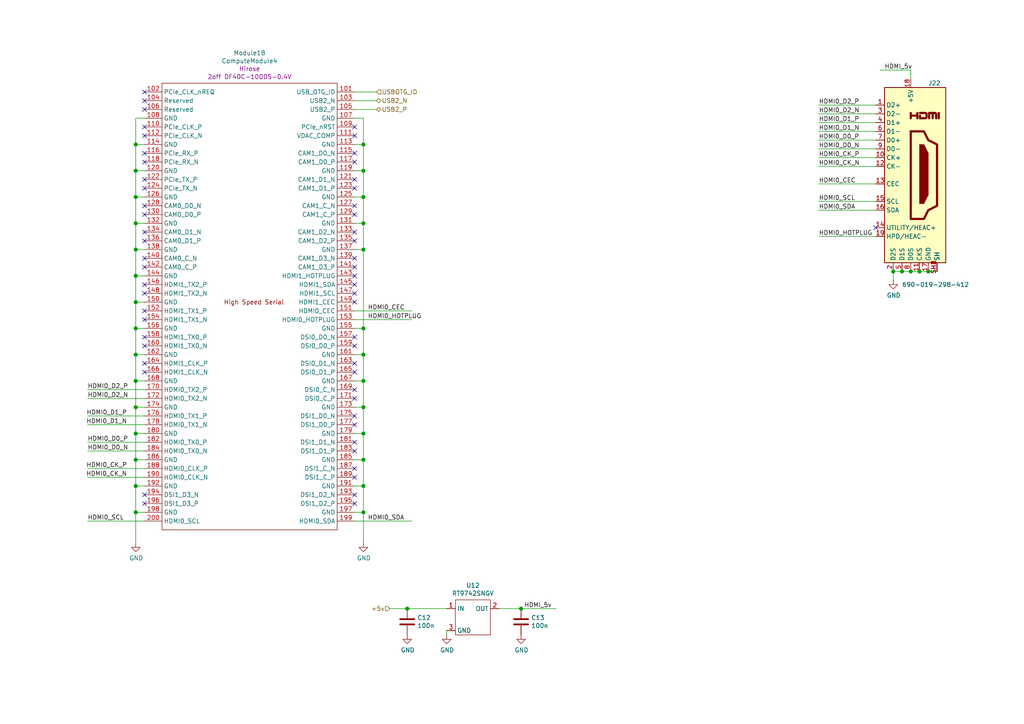
<source format=kicad_sch>
(kicad_sch (version 20211123) (generator eeschema)

  (uuid 3aec5e23-e675-4bcf-9a9e-48cb59d51927)

  (paper "A4")

  (title_block
    (title "Compute Module 4 IO Board - CM4 - Highspeed")
    (rev "1")
    (company "© 2020-2022 Raspberry Pi Ltd (formerly Raspberry Pi (Trading) Ltd.)")
    (comment 1 "www.raspberrypi.com")
  )

  (lib_symbols
    (symbol "CM4IO:ComputeModule4-CM4" (in_bom yes) (on_board yes)
      (property "Reference" "Module" (id 0) (at 113.03 -68.58 0)
        (effects (font (size 1.27 1.27)))
      )
      (property "Value" "ComputeModule4-CM4" (id 1) (at 140.97 2.54 0)
        (effects (font (size 1.27 1.27)))
      )
      (property "Footprint" "CM4IO:Raspberry-Pi-4-Compute-Module" (id 2) (at 142.24 -26.67 0)
        (effects (font (size 1.27 1.27)) hide)
      )
      (property "Datasheet" "" (id 3) (at 142.24 -26.67 0)
        (effects (font (size 1.27 1.27)) hide)
      )
      (property "Field4" "Hirose" (id 4) (at 0 0 0)
        (effects (font (size 1.27 1.27)))
      )
      (property "Field5" "2x DF40C-100DS-0.4V" (id 5) (at 0 -2.54 0)
        (effects (font (size 1.27 1.27)))
      )
      (property "ki_locked" "" (id 6) (at 0 0 0)
        (effects (font (size 1.27 1.27)))
      )
      (symbol "ComputeModule4-CM4_1_0"
        (text "GPIO" (at 0 6.35 0)
          (effects (font (size 1.27 1.27)))
        )
      )
      (symbol "ComputeModule4-CM4_1_1"
        (rectangle (start -30.48 -71.12) (end 25.4 58.42)
          (stroke (width 0) (type default) (color 0 0 0 0))
          (fill (type none))
        )
        (text "600mA Max" (at -8.89 -53.34 0)
          (effects (font (size 1.27 1.27)))
        )
        (text "600mA Max" (at -8.89 -48.26 0)
          (effects (font (size 1.27 1.27)))
        )
        (text "NB SD signals are only available" (at -1.27 -27.94 0)
          (effects (font (size 1.27 1.27)))
        )
        (text "on modules without eMMC" (at -1.27 -30.48 0)
          (effects (font (size 1.27 1.27)))
        )
        (pin power_in line (at 27.94 55.88 180) (length 2.54)
          (name "GND" (effects (font (size 1.27 1.27))))
          (number "1" (effects (font (size 1.27 1.27))))
        )
        (pin passive line (at -33.02 45.72 0) (length 2.54)
          (name "Ethernet_Pair0_N" (effects (font (size 1.27 1.27))))
          (number "10" (effects (font (size 1.27 1.27))))
        )
        (pin output line (at -33.02 -68.58 0) (length 2.54)
          (name "nEXTRST" (effects (font (size 1.27 1.27))))
          (number "100" (effects (font (size 1.27 1.27))))
        )
        (pin passive line (at 27.94 43.18 180) (length 2.54)
          (name "Ethernet_Pair2_P" (effects (font (size 1.27 1.27))))
          (number "11" (effects (font (size 1.27 1.27))))
        )
        (pin passive line (at -33.02 43.18 0) (length 2.54)
          (name "Ethernet_Pair0_P" (effects (font (size 1.27 1.27))))
          (number "12" (effects (font (size 1.27 1.27))))
        )
        (pin power_in line (at 27.94 40.64 180) (length 2.54)
          (name "GND" (effects (font (size 1.27 1.27))))
          (number "13" (effects (font (size 1.27 1.27))))
        )
        (pin power_in line (at -33.02 40.64 0) (length 2.54)
          (name "GND" (effects (font (size 1.27 1.27))))
          (number "14" (effects (font (size 1.27 1.27))))
        )
        (pin output line (at 27.94 38.1 180) (length 2.54)
          (name "Ethernet_nLED3(3.3v)" (effects (font (size 1.27 1.27))))
          (number "15" (effects (font (size 1.27 1.27))))
        )
        (pin input line (at -33.02 38.1 0) (length 2.54)
          (name "Ethernet_SYNC_IN(1.8v)" (effects (font (size 1.27 1.27))))
          (number "16" (effects (font (size 1.27 1.27))))
        )
        (pin output line (at 27.94 35.56 180) (length 2.54)
          (name "Ethernet_nLED2(3.3v)" (effects (font (size 1.27 1.27))))
          (number "17" (effects (font (size 1.27 1.27))))
        )
        (pin input line (at -33.02 35.56 0) (length 2.54)
          (name "Ethernet_SYNC_OUT(1.8v)" (effects (font (size 1.27 1.27))))
          (number "18" (effects (font (size 1.27 1.27))))
        )
        (pin output line (at 27.94 33.02 180) (length 2.54)
          (name "Ethernet_nLED1(3.3v)" (effects (font (size 1.27 1.27))))
          (number "19" (effects (font (size 1.27 1.27))))
        )
        (pin power_in line (at -33.02 55.88 0) (length 2.54)
          (name "GND" (effects (font (size 1.27 1.27))))
          (number "2" (effects (font (size 1.27 1.27))))
        )
        (pin passive line (at -33.02 33.02 0) (length 2.54)
          (name "EEPROM_nWP" (effects (font (size 1.27 1.27))))
          (number "20" (effects (font (size 1.27 1.27))))
        )
        (pin open_collector line (at 27.94 30.48 180) (length 2.54)
          (name "PI_nLED_Activity" (effects (font (size 1.27 1.27))))
          (number "21" (effects (font (size 1.27 1.27))))
        )
        (pin power_in line (at -33.02 30.48 0) (length 2.54)
          (name "GND" (effects (font (size 1.27 1.27))))
          (number "22" (effects (font (size 1.27 1.27))))
        )
        (pin power_in line (at 27.94 27.94 180) (length 2.54)
          (name "GND" (effects (font (size 1.27 1.27))))
          (number "23" (effects (font (size 1.27 1.27))))
        )
        (pin passive line (at -33.02 27.94 0) (length 2.54)
          (name "GPIO26" (effects (font (size 1.27 1.27))))
          (number "24" (effects (font (size 1.27 1.27))))
        )
        (pin passive line (at 27.94 25.4 180) (length 2.54)
          (name "GPIO21" (effects (font (size 1.27 1.27))))
          (number "25" (effects (font (size 1.27 1.27))))
        )
        (pin passive line (at -33.02 25.4 0) (length 2.54)
          (name "GPIO19" (effects (font (size 1.27 1.27))))
          (number "26" (effects (font (size 1.27 1.27))))
        )
        (pin passive line (at 27.94 22.86 180) (length 2.54)
          (name "GPIO20" (effects (font (size 1.27 1.27))))
          (number "27" (effects (font (size 1.27 1.27))))
        )
        (pin passive line (at -33.02 22.86 0) (length 2.54)
          (name "GPIO13" (effects (font (size 1.27 1.27))))
          (number "28" (effects (font (size 1.27 1.27))))
        )
        (pin passive line (at 27.94 20.32 180) (length 2.54)
          (name "GPIO16" (effects (font (size 1.27 1.27))))
          (number "29" (effects (font (size 1.27 1.27))))
        )
        (pin passive line (at 27.94 53.34 180) (length 2.54)
          (name "Ethernet_Pair3_P" (effects (font (size 1.27 1.27))))
          (number "3" (effects (font (size 1.27 1.27))))
        )
        (pin passive line (at -33.02 20.32 0) (length 2.54)
          (name "GPIO6" (effects (font (size 1.27 1.27))))
          (number "30" (effects (font (size 1.27 1.27))))
        )
        (pin passive line (at 27.94 17.78 180) (length 2.54)
          (name "GPIO12" (effects (font (size 1.27 1.27))))
          (number "31" (effects (font (size 1.27 1.27))))
        )
        (pin power_in line (at -33.02 17.78 0) (length 2.54)
          (name "GND" (effects (font (size 1.27 1.27))))
          (number "32" (effects (font (size 1.27 1.27))))
        )
        (pin power_in line (at 27.94 15.24 180) (length 2.54)
          (name "GND" (effects (font (size 1.27 1.27))))
          (number "33" (effects (font (size 1.27 1.27))))
        )
        (pin passive line (at -33.02 15.24 0) (length 2.54)
          (name "GPIO5" (effects (font (size 1.27 1.27))))
          (number "34" (effects (font (size 1.27 1.27))))
        )
        (pin passive line (at 27.94 12.7 180) (length 2.54)
          (name "ID_SC" (effects (font (size 1.27 1.27))))
          (number "35" (effects (font (size 1.27 1.27))))
        )
        (pin passive line (at -33.02 12.7 0) (length 2.54)
          (name "ID_SD" (effects (font (size 1.27 1.27))))
          (number "36" (effects (font (size 1.27 1.27))))
        )
        (pin passive line (at 27.94 10.16 180) (length 2.54)
          (name "GPIO7" (effects (font (size 1.27 1.27))))
          (number "37" (effects (font (size 1.27 1.27))))
        )
        (pin passive line (at -33.02 10.16 0) (length 2.54)
          (name "GPIO11" (effects (font (size 1.27 1.27))))
          (number "38" (effects (font (size 1.27 1.27))))
        )
        (pin passive line (at 27.94 7.62 180) (length 2.54)
          (name "GPIO8" (effects (font (size 1.27 1.27))))
          (number "39" (effects (font (size 1.27 1.27))))
        )
        (pin passive line (at -33.02 53.34 0) (length 2.54)
          (name "Ethernet_Pair1_P" (effects (font (size 1.27 1.27))))
          (number "4" (effects (font (size 1.27 1.27))))
        )
        (pin passive line (at -33.02 7.62 0) (length 2.54)
          (name "GPIO9" (effects (font (size 1.27 1.27))))
          (number "40" (effects (font (size 1.27 1.27))))
        )
        (pin passive line (at 27.94 5.08 180) (length 2.54)
          (name "GPIO25" (effects (font (size 1.27 1.27))))
          (number "41" (effects (font (size 1.27 1.27))))
        )
        (pin power_in line (at -33.02 5.08 0) (length 2.54)
          (name "GND" (effects (font (size 1.27 1.27))))
          (number "42" (effects (font (size 1.27 1.27))))
        )
        (pin power_in line (at 27.94 2.54 180) (length 2.54)
          (name "GND" (effects (font (size 1.27 1.27))))
          (number "43" (effects (font (size 1.27 1.27))))
        )
        (pin passive line (at -33.02 2.54 0) (length 2.54)
          (name "GPIO10" (effects (font (size 1.27 1.27))))
          (number "44" (effects (font (size 1.27 1.27))))
        )
        (pin passive line (at 27.94 0 180) (length 2.54)
          (name "GPIO24" (effects (font (size 1.27 1.27))))
          (number "45" (effects (font (size 1.27 1.27))))
        )
        (pin passive line (at -33.02 0 0) (length 2.54)
          (name "GPIO22" (effects (font (size 1.27 1.27))))
          (number "46" (effects (font (size 1.27 1.27))))
        )
        (pin passive line (at 27.94 -2.54 180) (length 2.54)
          (name "GPIO23" (effects (font (size 1.27 1.27))))
          (number "47" (effects (font (size 1.27 1.27))))
        )
        (pin passive line (at -33.02 -2.54 0) (length 2.54)
          (name "GPIO27" (effects (font (size 1.27 1.27))))
          (number "48" (effects (font (size 1.27 1.27))))
        )
        (pin passive line (at 27.94 -5.08 180) (length 2.54)
          (name "GPIO18" (effects (font (size 1.27 1.27))))
          (number "49" (effects (font (size 1.27 1.27))))
        )
        (pin passive line (at 27.94 50.8 180) (length 2.54)
          (name "Ethernet_Pair3_N" (effects (font (size 1.27 1.27))))
          (number "5" (effects (font (size 1.27 1.27))))
        )
        (pin passive line (at -33.02 -5.08 0) (length 2.54)
          (name "GPIO17" (effects (font (size 1.27 1.27))))
          (number "50" (effects (font (size 1.27 1.27))))
        )
        (pin passive line (at 27.94 -7.62 180) (length 2.54)
          (name "GPIO15" (effects (font (size 1.27 1.27))))
          (number "51" (effects (font (size 1.27 1.27))))
        )
        (pin power_in line (at -33.02 -7.62 0) (length 2.54)
          (name "GND" (effects (font (size 1.27 1.27))))
          (number "52" (effects (font (size 1.27 1.27))))
        )
        (pin power_in line (at 27.94 -10.16 180) (length 2.54)
          (name "GND" (effects (font (size 1.27 1.27))))
          (number "53" (effects (font (size 1.27 1.27))))
        )
        (pin passive line (at -33.02 -10.16 0) (length 2.54)
          (name "GPIO4" (effects (font (size 1.27 1.27))))
          (number "54" (effects (font (size 1.27 1.27))))
        )
        (pin passive line (at 27.94 -12.7 180) (length 2.54)
          (name "GPIO14" (effects (font (size 1.27 1.27))))
          (number "55" (effects (font (size 1.27 1.27))))
        )
        (pin passive line (at -33.02 -12.7 0) (length 2.54)
          (name "GPIO3" (effects (font (size 1.27 1.27))))
          (number "56" (effects (font (size 1.27 1.27))))
        )
        (pin passive line (at 27.94 -15.24 180) (length 2.54)
          (name "SD_CLK" (effects (font (size 1.27 1.27))))
          (number "57" (effects (font (size 1.27 1.27))))
        )
        (pin passive line (at -33.02 -15.24 0) (length 2.54)
          (name "GPIO2" (effects (font (size 1.27 1.27))))
          (number "58" (effects (font (size 1.27 1.27))))
        )
        (pin power_in line (at 27.94 -17.78 180) (length 2.54)
          (name "GND" (effects (font (size 1.27 1.27))))
          (number "59" (effects (font (size 1.27 1.27))))
        )
        (pin passive line (at -33.02 50.8 0) (length 2.54)
          (name "Ethernet_Pair1_N" (effects (font (size 1.27 1.27))))
          (number "6" (effects (font (size 1.27 1.27))))
        )
        (pin power_in line (at -33.02 -17.78 0) (length 2.54)
          (name "GND" (effects (font (size 1.27 1.27))))
          (number "60" (effects (font (size 1.27 1.27))))
        )
        (pin passive line (at 27.94 -20.32 180) (length 2.54)
          (name "SD_DAT3" (effects (font (size 1.27 1.27))))
          (number "61" (effects (font (size 1.27 1.27))))
        )
        (pin passive line (at -33.02 -20.32 0) (length 2.54)
          (name "SD_CMD" (effects (font (size 1.27 1.27))))
          (number "62" (effects (font (size 1.27 1.27))))
        )
        (pin passive line (at 27.94 -22.86 180) (length 2.54)
          (name "SD_DAT0" (effects (font (size 1.27 1.27))))
          (number "63" (effects (font (size 1.27 1.27))))
        )
        (pin passive line (at -33.02 -22.86 0) (length 2.54)
          (name "SD_DAT5" (effects (font (size 1.27 1.27))))
          (number "64" (effects (font (size 1.27 1.27))))
        )
        (pin power_in line (at 27.94 -25.4 180) (length 2.54)
          (name "GND" (effects (font (size 1.27 1.27))))
          (number "65" (effects (font (size 1.27 1.27))))
        )
        (pin power_in line (at -33.02 -25.4 0) (length 2.54)
          (name "GND" (effects (font (size 1.27 1.27))))
          (number "66" (effects (font (size 1.27 1.27))))
        )
        (pin passive line (at 27.94 -27.94 180) (length 2.54)
          (name "SD_DAT1" (effects (font (size 1.27 1.27))))
          (number "67" (effects (font (size 1.27 1.27))))
        )
        (pin passive line (at -33.02 -27.94 0) (length 2.54)
          (name "SD_DAT4" (effects (font (size 1.27 1.27))))
          (number "68" (effects (font (size 1.27 1.27))))
        )
        (pin passive line (at 27.94 -30.48 180) (length 2.54)
          (name "SD_DAT2" (effects (font (size 1.27 1.27))))
          (number "69" (effects (font (size 1.27 1.27))))
        )
        (pin power_in line (at 27.94 48.26 180) (length 2.54)
          (name "GND" (effects (font (size 1.27 1.27))))
          (number "7" (effects (font (size 1.27 1.27))))
        )
        (pin passive line (at -33.02 -30.48 0) (length 2.54)
          (name "SD_DAT7" (effects (font (size 1.27 1.27))))
          (number "70" (effects (font (size 1.27 1.27))))
        )
        (pin power_in line (at 27.94 -33.02 180) (length 2.54)
          (name "GND" (effects (font (size 1.27 1.27))))
          (number "71" (effects (font (size 1.27 1.27))))
        )
        (pin passive line (at -33.02 -33.02 0) (length 2.54)
          (name "SD_DAT6" (effects (font (size 1.27 1.27))))
          (number "72" (effects (font (size 1.27 1.27))))
        )
        (pin input line (at 27.94 -35.56 180) (length 2.54)
          (name "SD_VDD_Override" (effects (font (size 1.27 1.27))))
          (number "73" (effects (font (size 1.27 1.27))))
        )
        (pin power_in line (at -33.02 -35.56 0) (length 2.54)
          (name "GND" (effects (font (size 1.27 1.27))))
          (number "74" (effects (font (size 1.27 1.27))))
        )
        (pin output line (at 27.94 -38.1 180) (length 2.54)
          (name "SD_PWR_ON" (effects (font (size 1.27 1.27))))
          (number "75" (effects (font (size 1.27 1.27))))
        )
        (pin passive line (at -33.02 -38.1 0) (length 2.54)
          (name "Reserved" (effects (font (size 1.27 1.27))))
          (number "76" (effects (font (size 1.27 1.27))))
        )
        (pin power_in line (at 27.94 -40.64 180) (length 2.54)
          (name "+5v_(Input)" (effects (font (size 1.27 1.27))))
          (number "77" (effects (font (size 1.27 1.27))))
        )
        (pin power_in line (at -33.02 -40.64 0) (length 2.54)
          (name "GPIO_VREF(1.8v/3.3v_Input)" (effects (font (size 1.27 1.27))))
          (number "78" (effects (font (size 1.27 1.27))))
        )
        (pin power_in line (at 27.94 -43.18 180) (length 2.54)
          (name "+5v_(Input)" (effects (font (size 1.27 1.27))))
          (number "79" (effects (font (size 1.27 1.27))))
        )
        (pin power_in line (at -33.02 48.26 0) (length 2.54)
          (name "GND" (effects (font (size 1.27 1.27))))
          (number "8" (effects (font (size 1.27 1.27))))
        )
        (pin passive line (at -33.02 -43.18 0) (length 2.54)
          (name "SCL0" (effects (font (size 1.27 1.27))))
          (number "80" (effects (font (size 1.27 1.27))))
        )
        (pin power_in line (at 27.94 -45.72 180) (length 2.54)
          (name "+5v_(Input)" (effects (font (size 1.27 1.27))))
          (number "81" (effects (font (size 1.27 1.27))))
        )
        (pin passive line (at -33.02 -45.72 0) (length 2.54)
          (name "SDA0" (effects (font (size 1.27 1.27))))
          (number "82" (effects (font (size 1.27 1.27))))
        )
        (pin power_in line (at 27.94 -48.26 180) (length 2.54)
          (name "+5v_(Input)" (effects (font (size 1.27 1.27))))
          (number "83" (effects (font (size 1.27 1.27))))
        )
        (pin power_out line (at -33.02 -48.26 0) (length 2.54)
          (name "+3.3v_(Output)" (effects (font (size 1.27 1.27))))
          (number "84" (effects (font (size 1.27 1.27))))
        )
        (pin power_in line (at 27.94 -50.8 180) (length 2.54)
          (name "+5v_(Input)" (effects (font (size 1.27 1.27))))
          (number "85" (effects (font (size 1.27 1.27))))
        )
        (pin power_out line (at -33.02 -50.8 0) (length 2.54)
          (name "+3.3v_(Output)" (effects (font (size 1.27 1.27))))
          (number "86" (effects (font (size 1.27 1.27))))
        )
        (pin power_in line (at 27.94 -53.34 180) (length 2.54)
          (name "+5v_(Input)" (effects (font (size 1.27 1.27))))
          (number "87" (effects (font (size 1.27 1.27))))
        )
        (pin power_out line (at -33.02 -53.34 0) (length 2.54)
          (name "+1.8v_(Output)" (effects (font (size 1.27 1.27))))
          (number "88" (effects (font (size 1.27 1.27))))
        )
        (pin power_in line (at 27.94 -55.88 180) (length 2.54)
          (name "WiFi_nDisable" (effects (font (size 1.27 1.27))))
          (number "89" (effects (font (size 1.27 1.27))))
        )
        (pin passive line (at 27.94 45.72 180) (length 2.54)
          (name "Ethernet_Pair2_N" (effects (font (size 1.27 1.27))))
          (number "9" (effects (font (size 1.27 1.27))))
        )
        (pin power_out line (at -33.02 -55.88 0) (length 2.54)
          (name "+1.8v_(Output)" (effects (font (size 1.27 1.27))))
          (number "90" (effects (font (size 1.27 1.27))))
        )
        (pin power_in line (at 27.94 -58.42 180) (length 2.54)
          (name "BT_nDisable" (effects (font (size 1.27 1.27))))
          (number "91" (effects (font (size 1.27 1.27))))
        )
        (pin passive line (at -33.02 -58.42 0) (length 2.54)
          (name "RUN_PG" (effects (font (size 1.27 1.27))))
          (number "92" (effects (font (size 1.27 1.27))))
        )
        (pin input line (at 27.94 -60.96 180) (length 2.54)
          (name "nRPIBOOT" (effects (font (size 1.27 1.27))))
          (number "93" (effects (font (size 1.27 1.27))))
        )
        (pin passive line (at -33.02 -60.96 0) (length 2.54)
          (name "AnalogIP0" (effects (font (size 1.27 1.27))))
          (number "94" (effects (font (size 1.27 1.27))))
        )
        (pin output line (at 27.94 -63.5 180) (length 2.54)
          (name "nPI_LED_PWR" (effects (font (size 1.27 1.27))))
          (number "95" (effects (font (size 1.27 1.27))))
        )
        (pin passive line (at -33.02 -63.5 0) (length 2.54)
          (name "AnalogIP1" (effects (font (size 1.27 1.27))))
          (number "96" (effects (font (size 1.27 1.27))))
        )
        (pin passive line (at 27.94 -66.04 180) (length 2.54)
          (name "Camera_GPIO" (effects (font (size 1.27 1.27))))
          (number "97" (effects (font (size 1.27 1.27))))
        )
        (pin power_in line (at -33.02 -66.04 0) (length 2.54)
          (name "GND" (effects (font (size 1.27 1.27))))
          (number "98" (effects (font (size 1.27 1.27))))
        )
        (pin input line (at 27.94 -68.58 180) (length 2.54)
          (name "Global_EN" (effects (font (size 1.27 1.27))))
          (number "99" (effects (font (size 1.27 1.27))))
        )
      )
      (symbol "ComputeModule4-CM4_2_1"
        (rectangle (start 114.3 -66.04) (end 165.1 63.5)
          (stroke (width 0) (type default) (color 0 0 0 0))
          (fill (type none))
        )
        (text "High Speed Serial" (at 140.97 0 0)
          (effects (font (size 1.27 1.27)))
        )
        (pin input line (at 170.18 60.96 180) (length 5.08)
          (name "USB_OTG_ID" (effects (font (size 1.27 1.27))))
          (number "101" (effects (font (size 1.27 1.27))))
        )
        (pin input line (at 109.22 60.96 0) (length 5.08)
          (name "PCIe_CLK_nREQ" (effects (font (size 1.27 1.27))))
          (number "102" (effects (font (size 1.27 1.27))))
        )
        (pin passive line (at 170.18 58.42 180) (length 5.08)
          (name "USB2_N" (effects (font (size 1.27 1.27))))
          (number "103" (effects (font (size 1.27 1.27))))
        )
        (pin passive line (at 109.22 58.42 0) (length 5.08)
          (name "Reserved" (effects (font (size 1.27 1.27))))
          (number "104" (effects (font (size 1.27 1.27))))
        )
        (pin passive line (at 170.18 55.88 180) (length 5.08)
          (name "USB2_P" (effects (font (size 1.27 1.27))))
          (number "105" (effects (font (size 1.27 1.27))))
        )
        (pin passive line (at 109.22 55.88 0) (length 5.08)
          (name "Reserved" (effects (font (size 1.27 1.27))))
          (number "106" (effects (font (size 1.27 1.27))))
        )
        (pin power_in line (at 170.18 53.34 180) (length 5.08)
          (name "GND" (effects (font (size 1.27 1.27))))
          (number "107" (effects (font (size 1.27 1.27))))
        )
        (pin power_in line (at 109.22 53.34 0) (length 5.08)
          (name "GND" (effects (font (size 1.27 1.27))))
          (number "108" (effects (font (size 1.27 1.27))))
        )
        (pin bidirectional line (at 170.18 50.8 180) (length 5.08)
          (name "PCIe_nRST" (effects (font (size 1.27 1.27))))
          (number "109" (effects (font (size 1.27 1.27))))
        )
        (pin output line (at 109.22 50.8 0) (length 5.08)
          (name "PCIe_CLK_P" (effects (font (size 1.27 1.27))))
          (number "110" (effects (font (size 1.27 1.27))))
        )
        (pin passive line (at 170.18 48.26 180) (length 5.08)
          (name "VDAC_COMP" (effects (font (size 1.27 1.27))))
          (number "111" (effects (font (size 1.27 1.27))))
        )
        (pin output line (at 109.22 48.26 0) (length 5.08)
          (name "PCIe_CLK_N" (effects (font (size 1.27 1.27))))
          (number "112" (effects (font (size 1.27 1.27))))
        )
        (pin power_in line (at 170.18 45.72 180) (length 5.08)
          (name "GND" (effects (font (size 1.27 1.27))))
          (number "113" (effects (font (size 1.27 1.27))))
        )
        (pin power_in line (at 109.22 45.72 0) (length 5.08)
          (name "GND" (effects (font (size 1.27 1.27))))
          (number "114" (effects (font (size 1.27 1.27))))
        )
        (pin input line (at 170.18 43.18 180) (length 5.08)
          (name "CAM1_D0_N" (effects (font (size 1.27 1.27))))
          (number "115" (effects (font (size 1.27 1.27))))
        )
        (pin input line (at 109.22 43.18 0) (length 5.08)
          (name "PCIe_RX_P" (effects (font (size 1.27 1.27))))
          (number "116" (effects (font (size 1.27 1.27))))
        )
        (pin input line (at 170.18 40.64 180) (length 5.08)
          (name "CAM1_D0_P" (effects (font (size 1.27 1.27))))
          (number "117" (effects (font (size 1.27 1.27))))
        )
        (pin input line (at 109.22 40.64 0) (length 5.08)
          (name "PCIe_RX_N" (effects (font (size 1.27 1.27))))
          (number "118" (effects (font (size 1.27 1.27))))
        )
        (pin power_in line (at 170.18 38.1 180) (length 5.08)
          (name "GND" (effects (font (size 1.27 1.27))))
          (number "119" (effects (font (size 1.27 1.27))))
        )
        (pin power_in line (at 109.22 38.1 0) (length 5.08)
          (name "GND" (effects (font (size 1.27 1.27))))
          (number "120" (effects (font (size 1.27 1.27))))
        )
        (pin input line (at 170.18 35.56 180) (length 5.08)
          (name "CAM1_D1_N" (effects (font (size 1.27 1.27))))
          (number "121" (effects (font (size 1.27 1.27))))
        )
        (pin output line (at 109.22 35.56 0) (length 5.08)
          (name "PCIe_TX_P" (effects (font (size 1.27 1.27))))
          (number "122" (effects (font (size 1.27 1.27))))
        )
        (pin input line (at 170.18 33.02 180) (length 5.08)
          (name "CAM1_D1_P" (effects (font (size 1.27 1.27))))
          (number "123" (effects (font (size 1.27 1.27))))
        )
        (pin output line (at 109.22 33.02 0) (length 5.08)
          (name "PCIe_TX_N" (effects (font (size 1.27 1.27))))
          (number "124" (effects (font (size 1.27 1.27))))
        )
        (pin power_in line (at 170.18 30.48 180) (length 5.08)
          (name "GND" (effects (font (size 1.27 1.27))))
          (number "125" (effects (font (size 1.27 1.27))))
        )
        (pin power_in line (at 109.22 30.48 0) (length 5.08)
          (name "GND" (effects (font (size 1.27 1.27))))
          (number "126" (effects (font (size 1.27 1.27))))
        )
        (pin input line (at 170.18 27.94 180) (length 5.08)
          (name "CAM1_C_N" (effects (font (size 1.27 1.27))))
          (number "127" (effects (font (size 1.27 1.27))))
        )
        (pin input line (at 109.22 27.94 0) (length 5.08)
          (name "CAM0_D0_N" (effects (font (size 1.27 1.27))))
          (number "128" (effects (font (size 1.27 1.27))))
        )
        (pin input line (at 170.18 25.4 180) (length 5.08)
          (name "CAM1_C_P" (effects (font (size 1.27 1.27))))
          (number "129" (effects (font (size 1.27 1.27))))
        )
        (pin input line (at 109.22 25.4 0) (length 5.08)
          (name "CAM0_D0_P" (effects (font (size 1.27 1.27))))
          (number "130" (effects (font (size 1.27 1.27))))
        )
        (pin power_in line (at 170.18 22.86 180) (length 5.08)
          (name "GND" (effects (font (size 1.27 1.27))))
          (number "131" (effects (font (size 1.27 1.27))))
        )
        (pin power_in line (at 109.22 22.86 0) (length 5.08)
          (name "GND" (effects (font (size 1.27 1.27))))
          (number "132" (effects (font (size 1.27 1.27))))
        )
        (pin input line (at 170.18 20.32 180) (length 5.08)
          (name "CAM1_D2_N" (effects (font (size 1.27 1.27))))
          (number "133" (effects (font (size 1.27 1.27))))
        )
        (pin input line (at 109.22 20.32 0) (length 5.08)
          (name "CAM0_D1_N" (effects (font (size 1.27 1.27))))
          (number "134" (effects (font (size 1.27 1.27))))
        )
        (pin input line (at 170.18 17.78 180) (length 5.08)
          (name "CAM1_D2_P" (effects (font (size 1.27 1.27))))
          (number "135" (effects (font (size 1.27 1.27))))
        )
        (pin input line (at 109.22 17.78 0) (length 5.08)
          (name "CAM0_D1_P" (effects (font (size 1.27 1.27))))
          (number "136" (effects (font (size 1.27 1.27))))
        )
        (pin power_in line (at 170.18 15.24 180) (length 5.08)
          (name "GND" (effects (font (size 1.27 1.27))))
          (number "137" (effects (font (size 1.27 1.27))))
        )
        (pin power_in line (at 109.22 15.24 0) (length 5.08)
          (name "GND" (effects (font (size 1.27 1.27))))
          (number "138" (effects (font (size 1.27 1.27))))
        )
        (pin input line (at 170.18 12.7 180) (length 5.08)
          (name "CAM1_D3_N" (effects (font (size 1.27 1.27))))
          (number "139" (effects (font (size 1.27 1.27))))
        )
        (pin input line (at 109.22 12.7 0) (length 5.08)
          (name "CAM0_C_N" (effects (font (size 1.27 1.27))))
          (number "140" (effects (font (size 1.27 1.27))))
        )
        (pin input line (at 170.18 10.16 180) (length 5.08)
          (name "CAM1_D3_P" (effects (font (size 1.27 1.27))))
          (number "141" (effects (font (size 1.27 1.27))))
        )
        (pin input line (at 109.22 10.16 0) (length 5.08)
          (name "CAM0_C_P" (effects (font (size 1.27 1.27))))
          (number "142" (effects (font (size 1.27 1.27))))
        )
        (pin input line (at 170.18 7.62 180) (length 5.08)
          (name "HDMI1_HOTPLUG" (effects (font (size 1.27 1.27))))
          (number "143" (effects (font (size 1.27 1.27))))
        )
        (pin power_in line (at 109.22 7.62 0) (length 5.08)
          (name "GND" (effects (font (size 1.27 1.27))))
          (number "144" (effects (font (size 1.27 1.27))))
        )
        (pin bidirectional line (at 170.18 5.08 180) (length 5.08)
          (name "HDMI1_SDA" (effects (font (size 1.27 1.27))))
          (number "145" (effects (font (size 1.27 1.27))))
        )
        (pin output line (at 109.22 5.08 0) (length 5.08)
          (name "HDMI1_TX2_P" (effects (font (size 1.27 1.27))))
          (number "146" (effects (font (size 1.27 1.27))))
        )
        (pin open_collector line (at 170.18 2.54 180) (length 5.08)
          (name "HDMI1_SCL" (effects (font (size 1.27 1.27))))
          (number "147" (effects (font (size 1.27 1.27))))
        )
        (pin output line (at 109.22 2.54 0) (length 5.08)
          (name "HDMI1_TX2_N" (effects (font (size 1.27 1.27))))
          (number "148" (effects (font (size 1.27 1.27))))
        )
        (pin open_collector line (at 170.18 0 180) (length 5.08)
          (name "HDMI1_CEC" (effects (font (size 1.27 1.27))))
          (number "149" (effects (font (size 1.27 1.27))))
        )
        (pin power_in line (at 109.22 0 0) (length 5.08)
          (name "GND" (effects (font (size 1.27 1.27))))
          (number "150" (effects (font (size 1.27 1.27))))
        )
        (pin open_collector line (at 170.18 -2.54 180) (length 5.08)
          (name "HDMI0_CEC" (effects (font (size 1.27 1.27))))
          (number "151" (effects (font (size 1.27 1.27))))
        )
        (pin output line (at 109.22 -2.54 0) (length 5.08)
          (name "HDMI1_TX1_P" (effects (font (size 1.27 1.27))))
          (number "152" (effects (font (size 1.27 1.27))))
        )
        (pin input line (at 170.18 -5.08 180) (length 5.08)
          (name "HDMI0_HOTPLUG" (effects (font (size 1.27 1.27))))
          (number "153" (effects (font (size 1.27 1.27))))
        )
        (pin output line (at 109.22 -5.08 0) (length 5.08)
          (name "HDMI1_TX1_N" (effects (font (size 1.27 1.27))))
          (number "154" (effects (font (size 1.27 1.27))))
        )
        (pin power_in line (at 170.18 -7.62 180) (length 5.08)
          (name "GND" (effects (font (size 1.27 1.27))))
          (number "155" (effects (font (size 1.27 1.27))))
        )
        (pin power_in line (at 109.22 -7.62 0) (length 5.08)
          (name "GND" (effects (font (size 1.27 1.27))))
          (number "156" (effects (font (size 1.27 1.27))))
        )
        (pin output line (at 170.18 -10.16 180) (length 5.08)
          (name "DSI0_D0_N" (effects (font (size 1.27 1.27))))
          (number "157" (effects (font (size 1.27 1.27))))
        )
        (pin output line (at 109.22 -10.16 0) (length 5.08)
          (name "HDMI1_TX0_P" (effects (font (size 1.27 1.27))))
          (number "158" (effects (font (size 1.27 1.27))))
        )
        (pin output line (at 170.18 -12.7 180) (length 5.08)
          (name "DSI0_D0_P" (effects (font (size 1.27 1.27))))
          (number "159" (effects (font (size 1.27 1.27))))
        )
        (pin output line (at 109.22 -12.7 0) (length 5.08)
          (name "HDMI1_TX0_N" (effects (font (size 1.27 1.27))))
          (number "160" (effects (font (size 1.27 1.27))))
        )
        (pin power_in line (at 170.18 -15.24 180) (length 5.08)
          (name "GND" (effects (font (size 1.27 1.27))))
          (number "161" (effects (font (size 1.27 1.27))))
        )
        (pin power_in line (at 109.22 -15.24 0) (length 5.08)
          (name "GND" (effects (font (size 1.27 1.27))))
          (number "162" (effects (font (size 1.27 1.27))))
        )
        (pin output line (at 170.18 -17.78 180) (length 5.08)
          (name "DSI0_D1_N" (effects (font (size 1.27 1.27))))
          (number "163" (effects (font (size 1.27 1.27))))
        )
        (pin output line (at 109.22 -17.78 0) (length 5.08)
          (name "HDMI1_CLK_P" (effects (font (size 1.27 1.27))))
          (number "164" (effects (font (size 1.27 1.27))))
        )
        (pin output line (at 170.18 -20.32 180) (length 5.08)
          (name "DSI0_D1_P" (effects (font (size 1.27 1.27))))
          (number "165" (effects (font (size 1.27 1.27))))
        )
        (pin output line (at 109.22 -20.32 0) (length 5.08)
          (name "HDMI1_CLK_N" (effects (font (size 1.27 1.27))))
          (number "166" (effects (font (size 1.27 1.27))))
        )
        (pin power_in line (at 170.18 -22.86 180) (length 5.08)
          (name "GND" (effects (font (size 1.27 1.27))))
          (number "167" (effects (font (size 1.27 1.27))))
        )
        (pin power_in line (at 109.22 -22.86 0) (length 5.08)
          (name "GND" (effects (font (size 1.27 1.27))))
          (number "168" (effects (font (size 1.27 1.27))))
        )
        (pin output line (at 170.18 -25.4 180) (length 5.08)
          (name "DSI0_C_N" (effects (font (size 1.27 1.27))))
          (number "169" (effects (font (size 1.27 1.27))))
        )
        (pin output line (at 109.22 -25.4 0) (length 5.08)
          (name "HDMI0_TX2_P" (effects (font (size 1.27 1.27))))
          (number "170" (effects (font (size 1.27 1.27))))
        )
        (pin output line (at 170.18 -27.94 180) (length 5.08)
          (name "DSI0_C_P" (effects (font (size 1.27 1.27))))
          (number "171" (effects (font (size 1.27 1.27))))
        )
        (pin output line (at 109.22 -27.94 0) (length 5.08)
          (name "HDMI0_TX2_N" (effects (font (size 1.27 1.27))))
          (number "172" (effects (font (size 1.27 1.27))))
        )
        (pin power_in line (at 170.18 -30.48 180) (length 5.08)
          (name "GND" (effects (font (size 1.27 1.27))))
          (number "173" (effects (font (size 1.27 1.27))))
        )
        (pin power_in line (at 109.22 -30.48 0) (length 5.08)
          (name "GND" (effects (font (size 1.27 1.27))))
          (number "174" (effects (font (size 1.27 1.27))))
        )
        (pin output line (at 170.18 -33.02 180) (length 5.08)
          (name "DSI1_D0_N" (effects (font (size 1.27 1.27))))
          (number "175" (effects (font (size 1.27 1.27))))
        )
        (pin output line (at 109.22 -33.02 0) (length 5.08)
          (name "HDMI0_TX1_P" (effects (font (size 1.27 1.27))))
          (number "176" (effects (font (size 1.27 1.27))))
        )
        (pin output line (at 170.18 -35.56 180) (length 5.08)
          (name "DSI1_D0_P" (effects (font (size 1.27 1.27))))
          (number "177" (effects (font (size 1.27 1.27))))
        )
        (pin output line (at 109.22 -35.56 0) (length 5.08)
          (name "HDMI0_TX1_N" (effects (font (size 1.27 1.27))))
          (number "178" (effects (font (size 1.27 1.27))))
        )
        (pin power_in line (at 170.18 -38.1 180) (length 5.08)
          (name "GND" (effects (font (size 1.27 1.27))))
          (number "179" (effects (font (size 1.27 1.27))))
        )
        (pin power_in line (at 109.22 -38.1 0) (length 5.08)
          (name "GND" (effects (font (size 1.27 1.27))))
          (number "180" (effects (font (size 1.27 1.27))))
        )
        (pin output line (at 170.18 -40.64 180) (length 5.08)
          (name "DSI1_D1_N" (effects (font (size 1.27 1.27))))
          (number "181" (effects (font (size 1.27 1.27))))
        )
        (pin output line (at 109.22 -40.64 0) (length 5.08)
          (name "HDMI0_TX0_P" (effects (font (size 1.27 1.27))))
          (number "182" (effects (font (size 1.27 1.27))))
        )
        (pin output line (at 170.18 -43.18 180) (length 5.08)
          (name "DSI1_D1_P" (effects (font (size 1.27 1.27))))
          (number "183" (effects (font (size 1.27 1.27))))
        )
        (pin output line (at 109.22 -43.18 0) (length 5.08)
          (name "HDMI0_TX0_N" (effects (font (size 1.27 1.27))))
          (number "184" (effects (font (size 1.27 1.27))))
        )
        (pin power_in line (at 170.18 -45.72 180) (length 5.08)
          (name "GND" (effects (font (size 1.27 1.27))))
          (number "185" (effects (font (size 1.27 1.27))))
        )
        (pin power_in line (at 109.22 -45.72 0) (length 5.08)
          (name "GND" (effects (font (size 1.27 1.27))))
          (number "186" (effects (font (size 1.27 1.27))))
        )
        (pin output line (at 170.18 -48.26 180) (length 5.08)
          (name "DSI1_C_N" (effects (font (size 1.27 1.27))))
          (number "187" (effects (font (size 1.27 1.27))))
        )
        (pin output line (at 109.22 -48.26 0) (length 5.08)
          (name "HDMI0_CLK_P" (effects (font (size 1.27 1.27))))
          (number "188" (effects (font (size 1.27 1.27))))
        )
        (pin output line (at 170.18 -50.8 180) (length 5.08)
          (name "DSI1_C_P" (effects (font (size 1.27 1.27))))
          (number "189" (effects (font (size 1.27 1.27))))
        )
        (pin output line (at 109.22 -50.8 0) (length 5.08)
          (name "HDMI0_CLK_N" (effects (font (size 1.27 1.27))))
          (number "190" (effects (font (size 1.27 1.27))))
        )
        (pin power_in line (at 170.18 -53.34 180) (length 5.08)
          (name "GND" (effects (font (size 1.27 1.27))))
          (number "191" (effects (font (size 1.27 1.27))))
        )
        (pin power_in line (at 109.22 -53.34 0) (length 5.08)
          (name "GND" (effects (font (size 1.27 1.27))))
          (number "192" (effects (font (size 1.27 1.27))))
        )
        (pin output line (at 170.18 -55.88 180) (length 5.08)
          (name "DSI1_D2_N" (effects (font (size 1.27 1.27))))
          (number "193" (effects (font (size 1.27 1.27))))
        )
        (pin output line (at 109.22 -55.88 0) (length 5.08)
          (name "DSI1_D3_N" (effects (font (size 1.27 1.27))))
          (number "194" (effects (font (size 1.27 1.27))))
        )
        (pin output line (at 170.18 -58.42 180) (length 5.08)
          (name "DSI1_D2_P" (effects (font (size 1.27 1.27))))
          (number "195" (effects (font (size 1.27 1.27))))
        )
        (pin output line (at 109.22 -58.42 0) (length 5.08)
          (name "DSI1_D3_P" (effects (font (size 1.27 1.27))))
          (number "196" (effects (font (size 1.27 1.27))))
        )
        (pin power_in line (at 170.18 -60.96 180) (length 5.08)
          (name "GND" (effects (font (size 1.27 1.27))))
          (number "197" (effects (font (size 1.27 1.27))))
        )
        (pin power_in line (at 109.22 -60.96 0) (length 5.08)
          (name "GND" (effects (font (size 1.27 1.27))))
          (number "198" (effects (font (size 1.27 1.27))))
        )
        (pin bidirectional line (at 170.18 -63.5 180) (length 5.08)
          (name "HDMI0_SDA" (effects (font (size 1.27 1.27))))
          (number "199" (effects (font (size 1.27 1.27))))
        )
        (pin open_collector line (at 109.22 -63.5 0) (length 5.08)
          (name "HDMI0_SCL" (effects (font (size 1.27 1.27))))
          (number "200" (effects (font (size 1.27 1.27))))
        )
      )
    )
    (symbol "CM4IO:HDMI_A_1.4" (in_bom yes) (on_board yes)
      (property "Reference" "J" (id 0) (at -6.35 26.67 0)
        (effects (font (size 1.27 1.27)))
      )
      (property "Value" "HDMI_A_1.4" (id 1) (at 10.16 26.67 0)
        (effects (font (size 1.27 1.27)))
      )
      (property "Footprint" "" (id 2) (at 0.635 0 0)
        (effects (font (size 1.27 1.27)) hide)
      )
      (property "Datasheet" "https://en.wikipedia.org/wiki/HDMI" (id 3) (at 0.635 0 0)
        (effects (font (size 1.27 1.27)) hide)
      )
      (property "ki_keywords" "hdmi conn" (id 4) (at 0 0 0)
        (effects (font (size 1.27 1.27)) hide)
      )
      (property "ki_description" "HDMI 1.4+ type A connector" (id 5) (at 0 0 0)
        (effects (font (size 1.27 1.27)) hide)
      )
      (property "ki_fp_filters" "HDMI*A*" (id 6) (at 0 0 0)
        (effects (font (size 1.27 1.27)) hide)
      )
      (symbol "HDMI_A_1.4_0_0"
        (polyline
          (pts
            (xy 8.128 16.51)
            (xy 8.128 18.034)
          )
          (stroke (width 0.635) (type default) (color 0 0 0 0))
          (fill (type none))
        )
        (polyline
          (pts
            (xy 0 16.51)
            (xy 0 18.034)
            (xy 0 17.272)
            (xy 1.905 17.272)
            (xy 1.905 18.034)
            (xy 1.905 16.51)
          )
          (stroke (width 0.635) (type default) (color 0 0 0 0))
          (fill (type none))
        )
        (polyline
          (pts
            (xy 2.667 18.034)
            (xy 4.318 18.034)
            (xy 4.572 17.78)
            (xy 4.572 16.764)
            (xy 4.318 16.51)
            (xy 2.667 16.51)
            (xy 2.667 17.272)
          )
          (stroke (width 0.635) (type default) (color 0 0 0 0))
          (fill (type none))
        )
        (pin passive line (at 7.62 -27.94 90) (length 2.54)
          (name "SH" (effects (font (size 1.27 1.27))))
          (number "SH2" (effects (font (size 1.27 1.27))))
        )
        (pin passive line (at 7.62 -27.94 90) (length 2.54)
          (name "SH" (effects (font (size 1.27 1.27))))
          (number "SH3" (effects (font (size 1.27 1.27))))
        )
        (pin passive line (at 7.62 -27.94 90) (length 2.54)
          (name "SH" (effects (font (size 1.27 1.27))))
          (number "SH4" (effects (font (size 1.27 1.27))))
        )
      )
      (symbol "HDMI_A_1.4_0_1"
        (rectangle (start -7.62 25.4) (end 10.16 -25.4)
          (stroke (width 0.254) (type default) (color 0 0 0 0))
          (fill (type background))
        )
        (polyline
          (pts
            (xy 2.54 8.89)
            (xy 3.81 8.89)
            (xy 5.08 6.35)
            (xy 5.08 -5.715)
            (xy 3.81 -8.255)
            (xy 2.54 -8.255)
            (xy 2.54 8.89)
          )
          (stroke (width 0) (type default) (color 0 0 0 0))
          (fill (type outline))
        )
        (polyline
          (pts
            (xy 5.334 16.51)
            (xy 5.334 18.034)
            (xy 6.35 18.034)
            (xy 6.35 16.51)
            (xy 6.35 18.034)
            (xy 7.112 18.034)
            (xy 7.366 17.78)
            (xy 7.366 16.51)
          )
          (stroke (width 0.635) (type default) (color 0 0 0 0))
          (fill (type none))
        )
        (polyline
          (pts
            (xy 0 12.7)
            (xy 0 -12.7)
            (xy 3.81 -12.7)
            (xy 5.08 -10.16)
            (xy 7.62 -8.89)
            (xy 7.62 8.89)
            (xy 5.08 10.16)
            (xy 3.81 12.7)
            (xy 0 12.7)
          )
          (stroke (width 0.635) (type default) (color 0 0 0 0))
          (fill (type none))
        )
      )
      (symbol "HDMI_A_1.4_1_1"
        (pin passive line (at -10.16 20.32 0) (length 2.54)
          (name "D2+" (effects (font (size 1.27 1.27))))
          (number "1" (effects (font (size 1.27 1.27))))
        )
        (pin passive line (at -10.16 5.08 0) (length 2.54)
          (name "CK+" (effects (font (size 1.27 1.27))))
          (number "10" (effects (font (size 1.27 1.27))))
        )
        (pin power_in line (at 2.54 -27.94 90) (length 2.54)
          (name "CKS" (effects (font (size 1.27 1.27))))
          (number "11" (effects (font (size 1.27 1.27))))
        )
        (pin passive line (at -10.16 2.54 0) (length 2.54)
          (name "CK-" (effects (font (size 1.27 1.27))))
          (number "12" (effects (font (size 1.27 1.27))))
        )
        (pin bidirectional line (at -10.16 -2.54 0) (length 2.54)
          (name "CEC" (effects (font (size 1.27 1.27))))
          (number "13" (effects (font (size 1.27 1.27))))
        )
        (pin passive line (at -10.16 -15.24 0) (length 2.54)
          (name "UTILITY/HEAC+" (effects (font (size 1.27 1.27))))
          (number "14" (effects (font (size 1.27 1.27))))
        )
        (pin passive line (at -10.16 -7.62 0) (length 2.54)
          (name "SCL" (effects (font (size 1.27 1.27))))
          (number "15" (effects (font (size 1.27 1.27))))
        )
        (pin bidirectional line (at -10.16 -10.16 0) (length 2.54)
          (name "SDA" (effects (font (size 1.27 1.27))))
          (number "16" (effects (font (size 1.27 1.27))))
        )
        (pin power_in line (at 5.08 -27.94 90) (length 2.54)
          (name "GND" (effects (font (size 1.27 1.27))))
          (number "17" (effects (font (size 1.27 1.27))))
        )
        (pin power_in line (at 0 27.94 270) (length 2.54)
          (name "+5V" (effects (font (size 1.27 1.27))))
          (number "18" (effects (font (size 1.27 1.27))))
        )
        (pin passive line (at -10.16 -17.78 0) (length 2.54)
          (name "HPD/HEAC-" (effects (font (size 1.27 1.27))))
          (number "19" (effects (font (size 1.27 1.27))))
        )
        (pin power_in line (at -5.08 -27.94 90) (length 2.54)
          (name "D2S" (effects (font (size 1.27 1.27))))
          (number "2" (effects (font (size 1.27 1.27))))
        )
        (pin passive line (at -10.16 17.78 0) (length 2.54)
          (name "D2-" (effects (font (size 1.27 1.27))))
          (number "3" (effects (font (size 1.27 1.27))))
        )
        (pin passive line (at -10.16 15.24 0) (length 2.54)
          (name "D1+" (effects (font (size 1.27 1.27))))
          (number "4" (effects (font (size 1.27 1.27))))
        )
        (pin power_in line (at -2.54 -27.94 90) (length 2.54)
          (name "D1S" (effects (font (size 1.27 1.27))))
          (number "5" (effects (font (size 1.27 1.27))))
        )
        (pin passive line (at -10.16 12.7 0) (length 2.54)
          (name "D1-" (effects (font (size 1.27 1.27))))
          (number "6" (effects (font (size 1.27 1.27))))
        )
        (pin passive line (at -10.16 10.16 0) (length 2.54)
          (name "D0+" (effects (font (size 1.27 1.27))))
          (number "7" (effects (font (size 1.27 1.27))))
        )
        (pin power_in line (at 0 -27.94 90) (length 2.54)
          (name "D0S" (effects (font (size 1.27 1.27))))
          (number "8" (effects (font (size 1.27 1.27))))
        )
        (pin passive line (at -10.16 7.62 0) (length 2.54)
          (name "D0-" (effects (font (size 1.27 1.27))))
          (number "9" (effects (font (size 1.27 1.27))))
        )
        (pin passive line (at 7.62 -27.94 90) (length 2.54)
          (name "SH" (effects (font (size 1.27 1.27))))
          (number "SH1" (effects (font (size 1.27 1.27))))
        )
      )
    )
    (symbol "CM4IO:RT9742SNGV" (in_bom yes) (on_board yes)
      (property "Reference" "U" (id 0) (at -2.54 7.62 0)
        (effects (font (size 1.27 1.27)))
      )
      (property "Value" "RT9742SNGV" (id 1) (at 3.81 -5.08 0)
        (effects (font (size 1.27 1.27)))
      )
      (property "Footprint" "" (id 2) (at 0 0 0)
        (effects (font (size 1.27 1.27)) hide)
      )
      (property "Datasheet" "" (id 3) (at 0 0 0)
        (effects (font (size 1.27 1.27)) hide)
      )
      (symbol "RT9742SNGV_0_1"
        (rectangle (start -2.54 6.35) (end 7.62 -3.81)
          (stroke (width 0) (type default) (color 0 0 0 0))
          (fill (type none))
        )
      )
      (symbol "RT9742SNGV_1_1"
        (pin power_in line (at -5.08 3.81 0) (length 2.54)
          (name "IN" (effects (font (size 1.27 1.27))))
          (number "1" (effects (font (size 1.27 1.27))))
        )
        (pin power_in line (at 10.16 3.81 180) (length 2.54)
          (name "OUT" (effects (font (size 1.27 1.27))))
          (number "2" (effects (font (size 1.27 1.27))))
        )
        (pin power_in line (at -5.08 -2.54 0) (length 2.54)
          (name "GND" (effects (font (size 1.27 1.27))))
          (number "3" (effects (font (size 1.27 1.27))))
        )
      )
    )
    (symbol "Device:C" (pin_numbers hide) (pin_names (offset 0.254)) (in_bom yes) (on_board yes)
      (property "Reference" "C" (id 0) (at 0.635 2.54 0)
        (effects (font (size 1.27 1.27)) (justify left))
      )
      (property "Value" "C" (id 1) (at 0.635 -2.54 0)
        (effects (font (size 1.27 1.27)) (justify left))
      )
      (property "Footprint" "" (id 2) (at 0.9652 -3.81 0)
        (effects (font (size 1.27 1.27)) hide)
      )
      (property "Datasheet" "~" (id 3) (at 0 0 0)
        (effects (font (size 1.27 1.27)) hide)
      )
      (property "ki_keywords" "cap capacitor" (id 4) (at 0 0 0)
        (effects (font (size 1.27 1.27)) hide)
      )
      (property "ki_description" "Unpolarized capacitor" (id 5) (at 0 0 0)
        (effects (font (size 1.27 1.27)) hide)
      )
      (property "ki_fp_filters" "C_*" (id 6) (at 0 0 0)
        (effects (font (size 1.27 1.27)) hide)
      )
      (symbol "C_0_1"
        (polyline
          (pts
            (xy -2.032 -0.762)
            (xy 2.032 -0.762)
          )
          (stroke (width 0.508) (type default) (color 0 0 0 0))
          (fill (type none))
        )
        (polyline
          (pts
            (xy -2.032 0.762)
            (xy 2.032 0.762)
          )
          (stroke (width 0.508) (type default) (color 0 0 0 0))
          (fill (type none))
        )
      )
      (symbol "C_1_1"
        (pin passive line (at 0 3.81 270) (length 2.794)
          (name "~" (effects (font (size 1.27 1.27))))
          (number "1" (effects (font (size 1.27 1.27))))
        )
        (pin passive line (at 0 -3.81 90) (length 2.794)
          (name "~" (effects (font (size 1.27 1.27))))
          (number "2" (effects (font (size 1.27 1.27))))
        )
      )
    )
    (symbol "power:GND" (power) (pin_names (offset 0)) (in_bom yes) (on_board yes)
      (property "Reference" "#PWR" (id 0) (at 0 -6.35 0)
        (effects (font (size 1.27 1.27)) hide)
      )
      (property "Value" "GND" (id 1) (at 0 -3.81 0)
        (effects (font (size 1.27 1.27)))
      )
      (property "Footprint" "" (id 2) (at 0 0 0)
        (effects (font (size 1.27 1.27)) hide)
      )
      (property "Datasheet" "" (id 3) (at 0 0 0)
        (effects (font (size 1.27 1.27)) hide)
      )
      (property "ki_keywords" "power-flag" (id 4) (at 0 0 0)
        (effects (font (size 1.27 1.27)) hide)
      )
      (property "ki_description" "Power symbol creates a global label with name \"GND\" , ground" (id 5) (at 0 0 0)
        (effects (font (size 1.27 1.27)) hide)
      )
      (symbol "GND_0_1"
        (polyline
          (pts
            (xy 0 0)
            (xy 0 -1.27)
            (xy 1.27 -1.27)
            (xy 0 -2.54)
            (xy -1.27 -1.27)
            (xy 0 -1.27)
          )
          (stroke (width 0) (type default) (color 0 0 0 0))
          (fill (type none))
        )
      )
      (symbol "GND_1_1"
        (pin power_in line (at 0 0 270) (length 0) hide
          (name "GND" (effects (font (size 1.27 1.27))))
          (number "1" (effects (font (size 1.27 1.27))))
        )
      )
    )
  )

  (junction (at 105.41 110.49) (diameter 1.016) (color 0 0 0 0)
    (uuid 08fae221-7b6f-4c57-be73-6210c6206091)
  )
  (junction (at 105.41 49.53) (diameter 1.016) (color 0 0 0 0)
    (uuid 18ee575f-d41e-4a26-ac0a-b229112d8877)
  )
  (junction (at 39.37 72.39) (diameter 1.016) (color 0 0 0 0)
    (uuid 1b8d5810-67b5-41f5-a4e9-e6c2cc9fec50)
  )
  (junction (at 105.41 140.97) (diameter 1.016) (color 0 0 0 0)
    (uuid 21a4e5f9-158c-4a1e-a6d3-12c826291e62)
  )
  (junction (at 39.37 57.15) (diameter 1.016) (color 0 0 0 0)
    (uuid 24fbbd33-4896-414c-ba79-167809dd0e90)
  )
  (junction (at 39.37 110.49) (diameter 1.016) (color 0 0 0 0)
    (uuid 2aa21f9e-73e7-40d1-a630-0290bc6939b1)
  )
  (junction (at 105.41 41.91) (diameter 1.016) (color 0 0 0 0)
    (uuid 2aabebab-10c6-4637-946b-cda31980f550)
  )
  (junction (at 39.37 49.53) (diameter 1.016) (color 0 0 0 0)
    (uuid 2be498d5-e7b2-4098-b853-d60412f65c3b)
  )
  (junction (at 105.41 57.15) (diameter 1.016) (color 0 0 0 0)
    (uuid 3381b763-2886-4e76-a243-cbcc2ec8a032)
  )
  (junction (at 269.24 78.74) (diameter 1.016) (color 0 0 0 0)
    (uuid 3afae848-3ba1-40f3-a73d-cfa98c2ff8b2)
  )
  (junction (at 259.08 78.74) (diameter 1.016) (color 0 0 0 0)
    (uuid 3b199d04-ad2b-4bc0-b66c-8629e7796fdd)
  )
  (junction (at 105.41 133.35) (diameter 1.016) (color 0 0 0 0)
    (uuid 3b5147db-69cc-4871-96a7-79c3437a6213)
  )
  (junction (at 39.37 140.97) (diameter 1.016) (color 0 0 0 0)
    (uuid 4221b138-87b6-4073-a6e3-acb41ba2e601)
  )
  (junction (at 105.41 64.77) (diameter 1.016) (color 0 0 0 0)
    (uuid 4fe15866-5386-4410-a27b-4fc15182a4f3)
  )
  (junction (at 39.37 87.63) (diameter 1.016) (color 0 0 0 0)
    (uuid 504b138d-cda6-48ea-a44b-2c0d0cf874fc)
  )
  (junction (at 264.16 78.74) (diameter 1.016) (color 0 0 0 0)
    (uuid 5c652bfd-7025-48e8-86f2-beee7cb38bd7)
  )
  (junction (at 105.41 148.59) (diameter 1.016) (color 0 0 0 0)
    (uuid 646182ef-83d3-48ef-8f13-39bd3cf49786)
  )
  (junction (at 39.37 118.11) (diameter 1.016) (color 0 0 0 0)
    (uuid 7ca09fd4-d48a-436a-8dbe-2bf5119efecb)
  )
  (junction (at 105.41 102.87) (diameter 1.016) (color 0 0 0 0)
    (uuid 8fa4f87a-9012-4f6f-a6c0-ec1c5f716184)
  )
  (junction (at 39.37 148.59) (diameter 1.016) (color 0 0 0 0)
    (uuid 965bc598-5f52-4615-847f-179635cd5cde)
  )
  (junction (at 105.41 118.11) (diameter 1.016) (color 0 0 0 0)
    (uuid 9ad54c14-6dd1-4741-ab11-80a0275cae72)
  )
  (junction (at 118.11 176.53) (diameter 1.016) (color 0 0 0 0)
    (uuid 9e39ed40-271f-40f8-b1c9-20b888c10512)
  )
  (junction (at 39.37 64.77) (diameter 1.016) (color 0 0 0 0)
    (uuid a281de60-7af0-498c-be0b-24572e88b490)
  )
  (junction (at 39.37 125.73) (diameter 1.016) (color 0 0 0 0)
    (uuid aa565413-e7e1-4f3c-8a91-55e3e0a6e3ef)
  )
  (junction (at 39.37 133.35) (diameter 1.016) (color 0 0 0 0)
    (uuid b78bfc8f-0469-4499-ad41-c131461c3c5d)
  )
  (junction (at 105.41 95.25) (diameter 1.016) (color 0 0 0 0)
    (uuid b90997e2-4c7f-4479-862f-ab35dfea4f77)
  )
  (junction (at 39.37 41.91) (diameter 1.016) (color 0 0 0 0)
    (uuid c2f8c49f-d49f-49e2-940a-a7b9765ffdf0)
  )
  (junction (at 105.41 72.39) (diameter 1.016) (color 0 0 0 0)
    (uuid c6e8924b-3698-49bc-af6d-d7a327eada39)
  )
  (junction (at 39.37 80.01) (diameter 1.016) (color 0 0 0 0)
    (uuid c9dc1467-f8a9-424e-ab40-9eace7cb7fbb)
  )
  (junction (at 266.7 78.74) (diameter 1.016) (color 0 0 0 0)
    (uuid ca7eee62-ed2f-41f0-ba4a-5f9abd56ee97)
  )
  (junction (at 39.37 102.87) (diameter 1.016) (color 0 0 0 0)
    (uuid d52775ee-dd56-474f-8b5c-c66029880e5c)
  )
  (junction (at 39.37 95.25) (diameter 1.016) (color 0 0 0 0)
    (uuid d90db84e-7df3-4d1b-b263-27f7c3991121)
  )
  (junction (at 105.41 125.73) (diameter 1.016) (color 0 0 0 0)
    (uuid dc2e4d69-ab4d-4864-999d-7aa340dd63c7)
  )
  (junction (at 261.62 78.74) (diameter 1.016) (color 0 0 0 0)
    (uuid f9c966ae-23e4-43cd-95e1-ebb675260935)
  )
  (junction (at 151.13 176.53) (diameter 1.016) (color 0 0 0 0)
    (uuid fe0a8ab1-7b25-4d9a-9a3b-f8c5e10b289a)
  )

  (no_connect (at 102.87 130.81) (uuid 0992286c-35df-485a-82b1-75be2ca8a175))
  (no_connect (at 41.91 74.93) (uuid 0d087e0f-8756-4485-be96-b17bbb09d9d5))
  (no_connect (at 41.91 107.95) (uuid 0ddb5b7c-c191-491d-b785-ee9ddc40e98d))
  (no_connect (at 102.87 135.89) (uuid 19ac0cf7-b0ea-41d5-8f16-0e43d7695fca))
  (no_connect (at 41.91 59.69) (uuid 19b4cb7b-8d62-452a-bc9a-53980541c0c1))
  (no_connect (at 41.91 92.71) (uuid 1f92bed2-89a8-41c9-b068-d1372bdda73f))
  (no_connect (at 102.87 80.01) (uuid 20b08093-b127-474c-b4cc-deec0fb40c5e))
  (no_connect (at 102.87 36.83) (uuid 24d0b4e7-5db2-46ac-b2be-ef9c254273b2))
  (no_connect (at 254 66.04) (uuid 25c0c83a-69e4-4bb3-a4ba-e35ba5e17f0f))
  (no_connect (at 102.87 62.23) (uuid 2bd66194-222d-4d88-9f83-65e3f192067c))
  (no_connect (at 102.87 100.33) (uuid 2da88f91-4fd4-4941-900b-a9322077c251))
  (no_connect (at 102.87 115.57) (uuid 2f31d05f-f9de-41fb-b4a0-26d6c2197af0))
  (no_connect (at 102.87 59.69) (uuid 319943e9-68e3-4a44-89de-675327b14af5))
  (no_connect (at 102.87 39.37) (uuid 4640eb46-5a2a-48c8-a7ed-d1863937b32f))
  (no_connect (at 102.87 97.79) (uuid 46bb9c38-7181-4780-9582-7e4d2bbae40b))
  (no_connect (at 41.91 36.83) (uuid 479b1cbb-e8bf-417d-b367-b95dc53d7fe1))
  (no_connect (at 102.87 67.31) (uuid 497b7a65-35e2-4556-89c5-d4bfe5027683))
  (no_connect (at 102.87 128.27) (uuid 516703aa-8e74-44b1-9d12-9156b7146c57))
  (no_connect (at 41.91 31.75) (uuid 5a5b7060-983c-4989-878e-3126720e998d))
  (no_connect (at 41.91 46.99) (uuid 63f2c7d1-4d12-4bb9-b7d2-402d2567f8cd))
  (no_connect (at 102.87 54.61) (uuid 667c0577-6af7-47ba-8e6d-f1da6f9825df))
  (no_connect (at 41.91 90.17) (uuid 6bde2492-fff5-45ff-93d6-bc16d0dc2267))
  (no_connect (at 102.87 87.63) (uuid 6d497162-8a5d-4763-904b-18b2c856f579))
  (no_connect (at 41.91 69.85) (uuid 707701cd-8c2d-4d6c-aff6-9ce2e794e9ea))
  (no_connect (at 41.91 54.61) (uuid 71c221bc-dca1-4693-a24f-871a5d27ff81))
  (no_connect (at 41.91 67.31) (uuid 789a8f6a-10aa-4619-a5cc-30778320f0e5))
  (no_connect (at 41.91 39.37) (uuid 7b37fa31-0987-4d91-91e2-955b006f45dc))
  (no_connect (at 102.87 105.41) (uuid 7e761ca6-e4d0-45fb-81b3-6985aabefc0a))
  (no_connect (at 41.91 85.09) (uuid 801e95ff-3f06-402e-b89a-7194488e6254))
  (no_connect (at 41.91 62.23) (uuid 82ffc178-1c09-484f-926c-6defeec44933))
  (no_connect (at 41.91 52.07) (uuid 9251a679-e14f-491b-9b3b-4169773e4cca))
  (no_connect (at 102.87 146.05) (uuid 96a2ddbc-efa7-4dc2-80ad-839bdc7df740))
  (no_connect (at 102.87 85.09) (uuid 9706c52b-d62a-4513-a9c3-c81b8b7b6f96))
  (no_connect (at 41.91 77.47) (uuid 980f0678-80f0-4a3f-98d9-446d72b6f6b6))
  (no_connect (at 41.91 143.51) (uuid a0e50b16-e809-459c-8152-c061d34e9ef6))
  (no_connect (at 102.87 52.07) (uuid a2d66caa-40f1-4a6b-9e39-61bab0fefe3f))
  (no_connect (at 41.91 82.55) (uuid acdc2bb6-3ff2-465d-aae5-0cdaac0dbfa5))
  (no_connect (at 102.87 82.55) (uuid ad0bfc5f-17ae-4797-9bcf-8a2f1a75752f))
  (no_connect (at 102.87 46.99) (uuid af706b9d-2e5e-46ab-9a95-50062787b0fa))
  (no_connect (at 102.87 77.47) (uuid b51c0f65-eeb7-4341-bf2b-0819c302b8c9))
  (no_connect (at 41.91 26.67) (uuid b79a7340-60b6-4c9b-8356-f75182760b48))
  (no_connect (at 41.91 44.45) (uuid bee0487e-a651-442d-aa85-19b02ce5e689))
  (no_connect (at 102.87 138.43) (uuid bf0a2df4-7a6c-4278-9e5f-1226ae8335d6))
  (no_connect (at 102.87 123.19) (uuid bff045f4-be22-458a-9625-59a8d3813c85))
  (no_connect (at 41.91 146.05) (uuid c511b53b-3a4b-4992-a663-f03acd5f187a))
  (no_connect (at 41.91 29.21) (uuid ceb65f05-08ce-47e9-8a7e-aa1335099416))
  (no_connect (at 41.91 105.41) (uuid d325eb2f-4080-4dbe-a963-a6471f446526))
  (no_connect (at 102.87 143.51) (uuid d38355e5-bf66-4e9b-a4a9-345afcaba826))
  (no_connect (at 41.91 97.79) (uuid da1b1974-7e66-45de-bbb3-72feec0a1c8f))
  (no_connect (at 102.87 74.93) (uuid dc60f646-41a3-4e7c-a49a-e0afc4817240))
  (no_connect (at 102.87 44.45) (uuid ed47361f-a1be-49a8-abf0-f8b03e7cd55a))
  (no_connect (at 102.87 69.85) (uuid f2e9cc14-9648-4554-a90b-3ee80830bb2b))
  (no_connect (at 102.87 113.03) (uuid f9593e09-f4f2-4ff6-a1af-31a9752aa12a))
  (no_connect (at 102.87 107.95) (uuid f9fc8b9f-a8d8-4e68-be4b-36a54206d91b))
  (no_connect (at 102.87 120.65) (uuid fb449720-93bc-4df1-880a-336da4ace913))
  (no_connect (at 41.91 100.33) (uuid ff065613-b5f6-4343-adc0-640c84647634))

  (wire (pts (xy 102.87 41.91) (xy 105.41 41.91))
    (stroke (width 0) (type solid) (color 0 0 0 0))
    (uuid 00185541-0a55-4e62-91d8-99e7a7720d36)
  )
  (wire (pts (xy 39.37 80.01) (xy 39.37 87.63))
    (stroke (width 0) (type solid) (color 0 0 0 0))
    (uuid 04b78285-4974-4fa0-8f4e-46d399f5727c)
  )
  (wire (pts (xy 39.37 41.91) (xy 41.91 41.91))
    (stroke (width 0) (type solid) (color 0 0 0 0))
    (uuid 082621c8-b51d-48fd-937c-afceb255b94e)
  )
  (wire (pts (xy 105.41 41.91) (xy 105.41 34.29))
    (stroke (width 0) (type solid) (color 0 0 0 0))
    (uuid 09433d97-62ec-42de-89f2-7d0b68dc1b9d)
  )
  (wire (pts (xy 237.49 38.1) (xy 254 38.1))
    (stroke (width 0) (type solid) (color 0 0 0 0))
    (uuid 1002411f-a485-468c-981b-cec2ce41d8bd)
  )
  (wire (pts (xy 102.87 29.21) (xy 109.22 29.21))
    (stroke (width 0) (type solid) (color 0 0 0 0))
    (uuid 10a7d7ef-d6be-484c-be36-2908e6c77393)
  )
  (wire (pts (xy 102.87 148.59) (xy 105.41 148.59))
    (stroke (width 0) (type solid) (color 0 0 0 0))
    (uuid 198642f2-8db4-475b-ac24-9da65c994a3a)
  )
  (wire (pts (xy 237.49 40.64) (xy 254 40.64))
    (stroke (width 0) (type solid) (color 0 0 0 0))
    (uuid 1a0c5194-0d7e-4fcc-a11d-049fac80c4dc)
  )
  (wire (pts (xy 105.41 64.77) (xy 105.41 57.15))
    (stroke (width 0) (type solid) (color 0 0 0 0))
    (uuid 1ebce183-d3ad-4022-b82e-9e0d8cd628db)
  )
  (wire (pts (xy 151.13 176.53) (xy 161.29 176.53))
    (stroke (width 0) (type solid) (color 0 0 0 0))
    (uuid 22127bf3-28e1-4f2a-9132-0b2244d2149e)
  )
  (wire (pts (xy 129.54 182.88) (xy 129.54 184.15))
    (stroke (width 0) (type solid) (color 0 0 0 0))
    (uuid 22591446-6d82-47ac-b525-9e9deb496c8c)
  )
  (wire (pts (xy 39.37 140.97) (xy 39.37 148.59))
    (stroke (width 0) (type solid) (color 0 0 0 0))
    (uuid 2952439a-4d93-45a3-a998-2b2fce2c5fe9)
  )
  (wire (pts (xy 39.37 125.73) (xy 39.37 133.35))
    (stroke (width 0) (type solid) (color 0 0 0 0))
    (uuid 296b967f-b7a9-453f-856a-7b874fdca3db)
  )
  (wire (pts (xy 102.87 26.67) (xy 109.22 26.67))
    (stroke (width 0) (type default) (color 0 0 0 0))
    (uuid 2a55d164-0d20-4bf0-b512-1fc525fe1249)
  )
  (wire (pts (xy 39.37 102.87) (xy 41.91 102.87))
    (stroke (width 0) (type solid) (color 0 0 0 0))
    (uuid 2c3d5c2f-c119-4276-9b7e-33808f1d9396)
  )
  (wire (pts (xy 102.87 90.17) (xy 119.38 90.17))
    (stroke (width 0) (type solid) (color 0 0 0 0))
    (uuid 33ef82c8-b659-42b6-9429-5436a00e7b54)
  )
  (wire (pts (xy 237.49 68.58) (xy 254 68.58))
    (stroke (width 0) (type solid) (color 0 0 0 0))
    (uuid 3520b9bf-2dfc-4868-a650-86ff98682e83)
  )
  (wire (pts (xy 105.41 72.39) (xy 105.41 95.25))
    (stroke (width 0) (type solid) (color 0 0 0 0))
    (uuid 3b9ce6b0-047c-4e71-81a7-b0a5c13aa4d2)
  )
  (wire (pts (xy 39.37 148.59) (xy 39.37 157.48))
    (stroke (width 0) (type solid) (color 0 0 0 0))
    (uuid 3eff8f32-349a-4846-b484-abdc036c7174)
  )
  (wire (pts (xy 237.49 43.18) (xy 254 43.18))
    (stroke (width 0) (type solid) (color 0 0 0 0))
    (uuid 415d6a7d-98b2-4d17-b46f-6f38749a3ba2)
  )
  (wire (pts (xy 39.37 110.49) (xy 41.91 110.49))
    (stroke (width 0) (type solid) (color 0 0 0 0))
    (uuid 41e442c4-3daa-4776-bd79-7990c939b354)
  )
  (wire (pts (xy 39.37 57.15) (xy 41.91 57.15))
    (stroke (width 0) (type solid) (color 0 0 0 0))
    (uuid 430cb5a0-6865-46d0-be60-5d722d3e8d80)
  )
  (wire (pts (xy 39.37 87.63) (xy 41.91 87.63))
    (stroke (width 0) (type solid) (color 0 0 0 0))
    (uuid 43758126-6174-43ff-b8a7-6d55ec68152a)
  )
  (wire (pts (xy 39.37 110.49) (xy 39.37 118.11))
    (stroke (width 0) (type solid) (color 0 0 0 0))
    (uuid 46255620-16a2-4e81-9e4a-58dddcf89388)
  )
  (wire (pts (xy 41.91 148.59) (xy 39.37 148.59))
    (stroke (width 0) (type solid) (color 0 0 0 0))
    (uuid 462f8e7e-09c6-4676-ba4f-fd07b2868aa8)
  )
  (wire (pts (xy 102.87 102.87) (xy 105.41 102.87))
    (stroke (width 0) (type solid) (color 0 0 0 0))
    (uuid 469553b1-52fa-4564-9359-73b74ba8f58f)
  )
  (wire (pts (xy 41.91 138.43) (xy 25.4 138.43))
    (stroke (width 0) (type solid) (color 0 0 0 0))
    (uuid 471f517c-6d52-459f-9d7a-aedf176fc9e0)
  )
  (wire (pts (xy 237.49 58.42) (xy 254 58.42))
    (stroke (width 0) (type solid) (color 0 0 0 0))
    (uuid 494a6b97-f33e-4834-b724-0c3a3ff54317)
  )
  (wire (pts (xy 105.41 110.49) (xy 105.41 118.11))
    (stroke (width 0) (type solid) (color 0 0 0 0))
    (uuid 49c3a7d7-9453-4986-bcff-387f274073df)
  )
  (wire (pts (xy 105.41 57.15) (xy 105.41 49.53))
    (stroke (width 0) (type solid) (color 0 0 0 0))
    (uuid 4c77837f-2440-4b7b-8e7e-430f981c7c04)
  )
  (wire (pts (xy 237.49 45.72) (xy 254 45.72))
    (stroke (width 0) (type solid) (color 0 0 0 0))
    (uuid 4dfbe524-132d-43d4-8ae0-9aa2f72df70b)
  )
  (wire (pts (xy 25.4 130.81) (xy 41.91 130.81))
    (stroke (width 0) (type solid) (color 0 0 0 0))
    (uuid 4e944601-14c5-4478-a9d6-8d2ad19dcc43)
  )
  (wire (pts (xy 237.49 60.96) (xy 254 60.96))
    (stroke (width 0) (type solid) (color 0 0 0 0))
    (uuid 506110af-ac51-4501-bfa6-1552a848d599)
  )
  (wire (pts (xy 41.91 120.65) (xy 25.4 120.65))
    (stroke (width 0) (type solid) (color 0 0 0 0))
    (uuid 50cd7dd2-4ee6-4ead-a8d7-6798eb55f8db)
  )
  (wire (pts (xy 259.08 78.74) (xy 261.62 78.74))
    (stroke (width 0) (type solid) (color 0 0 0 0))
    (uuid 510813ff-4301-4d7b-b640-805049ac6194)
  )
  (wire (pts (xy 39.37 133.35) (xy 39.37 140.97))
    (stroke (width 0) (type solid) (color 0 0 0 0))
    (uuid 52da99c6-c348-4007-8828-51a963a2879f)
  )
  (wire (pts (xy 105.41 49.53) (xy 105.41 41.91))
    (stroke (width 0) (type solid) (color 0 0 0 0))
    (uuid 53548090-4b36-44b5-9ef5-2fa214b2fbf4)
  )
  (wire (pts (xy 237.49 30.48) (xy 254 30.48))
    (stroke (width 0) (type solid) (color 0 0 0 0))
    (uuid 5bf032d7-1ed3-461e-8d9e-98362eeab2a2)
  )
  (wire (pts (xy 41.91 135.89) (xy 25.4 135.89))
    (stroke (width 0) (type solid) (color 0 0 0 0))
    (uuid 5d00cbc9-46cb-472e-b705-59da8e971192)
  )
  (wire (pts (xy 41.91 123.19) (xy 25.4 123.19))
    (stroke (width 0) (type solid) (color 0 0 0 0))
    (uuid 5da519c8-016f-4f2c-843d-d8fc54aa43f1)
  )
  (wire (pts (xy 39.37 95.25) (xy 39.37 102.87))
    (stroke (width 0) (type solid) (color 0 0 0 0))
    (uuid 5fe5bd8d-5a86-4565-bd10-e08c6de9aa03)
  )
  (wire (pts (xy 102.87 133.35) (xy 105.41 133.35))
    (stroke (width 0) (type solid) (color 0 0 0 0))
    (uuid 636332c5-387a-4243-bc33-7882b1adfdac)
  )
  (wire (pts (xy 237.49 48.26) (xy 254 48.26))
    (stroke (width 0) (type solid) (color 0 0 0 0))
    (uuid 6b1d6bcd-1928-474b-8dbd-6dab746597ca)
  )
  (wire (pts (xy 266.7 78.74) (xy 269.24 78.74))
    (stroke (width 0) (type solid) (color 0 0 0 0))
    (uuid 6bdf4c09-0d97-4f84-a45b-4830c8cb3132)
  )
  (wire (pts (xy 259.08 78.74) (xy 259.08 81.28))
    (stroke (width 0) (type solid) (color 0 0 0 0))
    (uuid 7112d2ae-7915-4f1a-aae6-e71244f669d8)
  )
  (wire (pts (xy 39.37 49.53) (xy 39.37 57.15))
    (stroke (width 0) (type solid) (color 0 0 0 0))
    (uuid 728dda43-38f9-4d13-b2a9-59e599c86d99)
  )
  (wire (pts (xy 102.87 118.11) (xy 105.41 118.11))
    (stroke (width 0) (type solid) (color 0 0 0 0))
    (uuid 73fd78b9-9aa5-40d0-adab-1e5886c90dd7)
  )
  (wire (pts (xy 39.37 125.73) (xy 41.91 125.73))
    (stroke (width 0) (type solid) (color 0 0 0 0))
    (uuid 7a25e2e8-d883-44ae-8207-1f946e50b1fa)
  )
  (wire (pts (xy 255.27 20.32) (xy 264.16 20.32))
    (stroke (width 0) (type solid) (color 0 0 0 0))
    (uuid 7ab8aff0-29e4-4be7-af1f-6a97b7752e20)
  )
  (wire (pts (xy 144.78 176.53) (xy 151.13 176.53))
    (stroke (width 0) (type solid) (color 0 0 0 0))
    (uuid 826dab59-fbdd-42ab-9237-6c754170917b)
  )
  (wire (pts (xy 39.37 118.11) (xy 41.91 118.11))
    (stroke (width 0) (type solid) (color 0 0 0 0))
    (uuid 83250ce3-cee5-48b2-8a3e-b1e7887d6a15)
  )
  (wire (pts (xy 102.87 57.15) (xy 105.41 57.15))
    (stroke (width 0) (type solid) (color 0 0 0 0))
    (uuid 84daabe5-262d-44f3-8073-3a5eff98700f)
  )
  (wire (pts (xy 102.87 95.25) (xy 105.41 95.25))
    (stroke (width 0) (type solid) (color 0 0 0 0))
    (uuid 8672a05d-b750-4ddd-a92d-4c58fddcdd4e)
  )
  (wire (pts (xy 237.49 33.02) (xy 254 33.02))
    (stroke (width 0) (type solid) (color 0 0 0 0))
    (uuid 86856bef-d161-4600-b8d6-44f81ad42b7c)
  )
  (wire (pts (xy 39.37 95.25) (xy 41.91 95.25))
    (stroke (width 0) (type solid) (color 0 0 0 0))
    (uuid 885a1129-9446-432d-8d93-f91d54873594)
  )
  (wire (pts (xy 39.37 64.77) (xy 39.37 72.39))
    (stroke (width 0) (type solid) (color 0 0 0 0))
    (uuid 8d9ea4cf-1047-42af-bf72-13258f22d6ad)
  )
  (wire (pts (xy 102.87 110.49) (xy 105.41 110.49))
    (stroke (width 0) (type solid) (color 0 0 0 0))
    (uuid 90f1070b-d0d3-4d94-9527-f4c1c7006642)
  )
  (wire (pts (xy 118.11 176.53) (xy 129.54 176.53))
    (stroke (width 0) (type solid) (color 0 0 0 0))
    (uuid 922b14e9-e5b4-4506-8c7b-f653748d7f34)
  )
  (wire (pts (xy 105.41 34.29) (xy 102.87 34.29))
    (stroke (width 0) (type solid) (color 0 0 0 0))
    (uuid 937928d4-4dfb-4f2f-91d0-697ec54ac283)
  )
  (wire (pts (xy 105.41 148.59) (xy 105.41 157.48))
    (stroke (width 0) (type solid) (color 0 0 0 0))
    (uuid 96d488aa-4d20-4ba2-8d75-10df5865e575)
  )
  (wire (pts (xy 105.41 102.87) (xy 105.41 110.49))
    (stroke (width 0) (type solid) (color 0 0 0 0))
    (uuid 9a334c2d-ea1e-4f9b-9563-937977728978)
  )
  (wire (pts (xy 25.4 128.27) (xy 41.91 128.27))
    (stroke (width 0) (type solid) (color 0 0 0 0))
    (uuid 9b84db75-decc-418f-80b8-9703cc547aae)
  )
  (wire (pts (xy 39.37 118.11) (xy 39.37 125.73))
    (stroke (width 0) (type solid) (color 0 0 0 0))
    (uuid 9cd1ba63-2087-4000-a5a9-797dad78d993)
  )
  (wire (pts (xy 25.4 113.03) (xy 41.91 113.03))
    (stroke (width 0) (type solid) (color 0 0 0 0))
    (uuid 9e2ad25e-29e1-4c10-8e33-16d30c4ff9b9)
  )
  (wire (pts (xy 25.4 151.13) (xy 41.91 151.13))
    (stroke (width 0) (type solid) (color 0 0 0 0))
    (uuid a0af1aa5-82ff-4825-8836-86496e7db65f)
  )
  (wire (pts (xy 39.37 57.15) (xy 39.37 64.77))
    (stroke (width 0) (type solid) (color 0 0 0 0))
    (uuid a1441258-3477-4706-8540-9e88ae0dac49)
  )
  (wire (pts (xy 105.41 133.35) (xy 105.41 140.97))
    (stroke (width 0) (type solid) (color 0 0 0 0))
    (uuid a3eaa329-1c23-49fc-9fb5-976de81b788e)
  )
  (wire (pts (xy 39.37 41.91) (xy 39.37 49.53))
    (stroke (width 0) (type solid) (color 0 0 0 0))
    (uuid a65cad0c-0ef1-4ea5-a965-4eae7ac1f6af)
  )
  (wire (pts (xy 105.41 125.73) (xy 105.41 133.35))
    (stroke (width 0) (type solid) (color 0 0 0 0))
    (uuid a9240eb1-cd96-4728-9dbf-17ea5e90b45d)
  )
  (wire (pts (xy 102.87 125.73) (xy 105.41 125.73))
    (stroke (width 0) (type solid) (color 0 0 0 0))
    (uuid a95b6208-cd25-486f-8a35-f7d7b1426174)
  )
  (wire (pts (xy 41.91 34.29) (xy 39.37 34.29))
    (stroke (width 0) (type solid) (color 0 0 0 0))
    (uuid ad8c2a20-27d0-4e2a-aabf-44a509bf342a)
  )
  (wire (pts (xy 264.16 20.32) (xy 264.16 22.86))
    (stroke (width 0) (type solid) (color 0 0 0 0))
    (uuid ae2d0972-d851-4e32-b78e-a1894c29cfe1)
  )
  (wire (pts (xy 39.37 87.63) (xy 39.37 95.25))
    (stroke (width 0) (type solid) (color 0 0 0 0))
    (uuid af5a6355-b37d-4130-98e5-c563dae6ea34)
  )
  (wire (pts (xy 102.87 64.77) (xy 105.41 64.77))
    (stroke (width 0) (type solid) (color 0 0 0 0))
    (uuid b034f82f-3ce9-4423-89ad-7ecf03d348d0)
  )
  (wire (pts (xy 39.37 72.39) (xy 39.37 80.01))
    (stroke (width 0) (type solid) (color 0 0 0 0))
    (uuid b2de1057-44b4-4b1a-b3d7-c19d3cd25553)
  )
  (wire (pts (xy 102.87 140.97) (xy 105.41 140.97))
    (stroke (width 0) (type solid) (color 0 0 0 0))
    (uuid b4efa293-75b5-42d5-996c-b449774d5ba5)
  )
  (wire (pts (xy 102.87 31.75) (xy 109.22 31.75))
    (stroke (width 0) (type solid) (color 0 0 0 0))
    (uuid b540f997-cabb-4061-85a0-370b4e9dd03a)
  )
  (wire (pts (xy 237.49 53.34) (xy 254 53.34))
    (stroke (width 0) (type solid) (color 0 0 0 0))
    (uuid b9f8ba78-9b7b-4a7c-8351-c9f145a140ab)
  )
  (wire (pts (xy 39.37 102.87) (xy 39.37 110.49))
    (stroke (width 0) (type solid) (color 0 0 0 0))
    (uuid ba660766-df56-40bf-b584-d5d4ed6cb6fc)
  )
  (wire (pts (xy 41.91 140.97) (xy 39.37 140.97))
    (stroke (width 0) (type solid) (color 0 0 0 0))
    (uuid bc007755-47dc-4b01-a9a3-8f34e8741895)
  )
  (wire (pts (xy 102.87 92.71) (xy 119.38 92.71))
    (stroke (width 0) (type solid) (color 0 0 0 0))
    (uuid bfff8af5-be9c-44df-80bd-23ee2cf9c437)
  )
  (wire (pts (xy 39.37 72.39) (xy 41.91 72.39))
    (stroke (width 0) (type solid) (color 0 0 0 0))
    (uuid c3f6c24d-368b-47d2-9a0a-d716bb140344)
  )
  (wire (pts (xy 25.4 115.57) (xy 41.91 115.57))
    (stroke (width 0) (type solid) (color 0 0 0 0))
    (uuid c5ef9b89-6cfe-4b79-a0bb-48d12c79b541)
  )
  (wire (pts (xy 102.87 72.39) (xy 105.41 72.39))
    (stroke (width 0) (type solid) (color 0 0 0 0))
    (uuid c837798c-83c8-4e02-b288-fa03714cab74)
  )
  (wire (pts (xy 113.03 176.53) (xy 118.11 176.53))
    (stroke (width 0) (type solid) (color 0 0 0 0))
    (uuid cb9ac0e7-73b9-4ed2-8689-9778cfd89978)
  )
  (wire (pts (xy 237.49 35.56) (xy 254 35.56))
    (stroke (width 0) (type solid) (color 0 0 0 0))
    (uuid d0f11060-bc65-49c7-b1f8-1ffca12c5c16)
  )
  (wire (pts (xy 105.41 118.11) (xy 105.41 125.73))
    (stroke (width 0) (type solid) (color 0 0 0 0))
    (uuid d0f42cc3-e2d7-4f51-9d6f-0c2eaccb6ae7)
  )
  (wire (pts (xy 105.41 140.97) (xy 105.41 148.59))
    (stroke (width 0) (type solid) (color 0 0 0 0))
    (uuid d9cdb60a-ecfa-4866-ad81-ca393f637bae)
  )
  (wire (pts (xy 105.41 95.25) (xy 105.41 102.87))
    (stroke (width 0) (type solid) (color 0 0 0 0))
    (uuid ddc0999f-48c1-4a48-960f-30f430270283)
  )
  (wire (pts (xy 269.24 78.74) (xy 271.78 78.74))
    (stroke (width 0) (type solid) (color 0 0 0 0))
    (uuid dfe0615d-48dd-4d5e-ae77-f5a2410688c9)
  )
  (wire (pts (xy 39.37 64.77) (xy 41.91 64.77))
    (stroke (width 0) (type solid) (color 0 0 0 0))
    (uuid e16a8ef9-72be-44ea-a34c-71d53d6ff2bf)
  )
  (wire (pts (xy 39.37 133.35) (xy 41.91 133.35))
    (stroke (width 0) (type solid) (color 0 0 0 0))
    (uuid e2743b78-cc59-458c-8fb0-4238f348a49f)
  )
  (wire (pts (xy 105.41 72.39) (xy 105.41 64.77))
    (stroke (width 0) (type solid) (color 0 0 0 0))
    (uuid e342f8d7-ca8a-47a5-a679-3c984454e9a5)
  )
  (wire (pts (xy 39.37 34.29) (xy 39.37 41.91))
    (stroke (width 0) (type solid) (color 0 0 0 0))
    (uuid e8e23712-f080-4685-ae22-9028780f7b13)
  )
  (wire (pts (xy 39.37 80.01) (xy 41.91 80.01))
    (stroke (width 0) (type solid) (color 0 0 0 0))
    (uuid ecb190c3-7d33-4f9e-917d-98f2e006b7de)
  )
  (wire (pts (xy 39.37 49.53) (xy 41.91 49.53))
    (stroke (width 0) (type solid) (color 0 0 0 0))
    (uuid eef9a49b-90d1-4463-b2c5-af035d3ae9d7)
  )
  (wire (pts (xy 261.62 78.74) (xy 264.16 78.74))
    (stroke (width 0) (type solid) (color 0 0 0 0))
    (uuid ef996d8d-e885-4c54-b48b-e12cd0bd7e8e)
  )
  (wire (pts (xy 102.87 151.13) (xy 119.38 151.13))
    (stroke (width 0) (type solid) (color 0 0 0 0))
    (uuid f16972fb-4b2b-49d7-8715-9f31f5431405)
  )
  (wire (pts (xy 102.87 49.53) (xy 105.41 49.53))
    (stroke (width 0) (type solid) (color 0 0 0 0))
    (uuid f4cf6dc4-65fc-4b8e-a0d8-0a9074993d40)
  )
  (wire (pts (xy 264.16 78.74) (xy 266.7 78.74))
    (stroke (width 0) (type solid) (color 0 0 0 0))
    (uuid fc153f76-4971-47fe-9c36-88d5ca4ab507)
  )

  (label "HDMI0_CK_P" (at 36.83 135.89 180)
    (effects (font (size 1.27 1.27)) (justify right bottom))
    (uuid 0850d44a-6bde-4886-b872-ef2fda5e1590)
  )
  (label "HDMI0_D2_N" (at 237.49 33.02 0)
    (effects (font (size 1.27 1.27)) (justify left bottom))
    (uuid 111c2bf6-9865-4ea4-a9f9-1702355a872d)
  )
  (label "HDMI0_D2_N" (at 25.4 115.57 0)
    (effects (font (size 1.27 1.27)) (justify left bottom))
    (uuid 1509b6e6-a266-4bd3-bef6-1700f12ad930)
  )
  (label "HDMI0_D0_P" (at 237.49 40.64 0)
    (effects (font (size 1.27 1.27)) (justify left bottom))
    (uuid 15328724-62c0-4c64-8165-7ba7fa235831)
  )
  (label "HDMI0_SDA" (at 106.68 151.13 0)
    (effects (font (size 1.27 1.27)) (justify left bottom))
    (uuid 1b6f5437-7cc3-4fb0-a914-07fa3cdc968c)
  )
  (label "HDMI0_D0_N" (at 237.49 43.18 0)
    (effects (font (size 1.27 1.27)) (justify left bottom))
    (uuid 1fcbe337-d147-4e02-846e-7f1ec4528bd0)
  )
  (label "HDMI0_SCL" (at 237.49 58.42 0)
    (effects (font (size 1.27 1.27)) (justify left bottom))
    (uuid 23a49e10-e7d0-41d9-a15a-25ac614cee99)
  )
  (label "HDMI0_HOTPLUG" (at 106.68 92.71 0)
    (effects (font (size 1.27 1.27)) (justify left bottom))
    (uuid 23e32b5c-4ca6-4614-a426-44d605a7d8fd)
  )
  (label "HDMI0_CK_N" (at 36.83 138.43 180)
    (effects (font (size 1.27 1.27)) (justify right bottom))
    (uuid 2df83ebe-1ddf-4544-b413-d0b7b3d7c49e)
  )
  (label "HDMI_5v" (at 256.54 20.32 0)
    (effects (font (size 1.27 1.27)) (justify left bottom))
    (uuid 334446cd-af18-48a8-bb73-a88f4d220620)
  )
  (label "HDMI0_CK_N" (at 237.49 48.26 0)
    (effects (font (size 1.27 1.27)) (justify left bottom))
    (uuid 34d6d782-5641-4526-b346-05de03ea8c0e)
  )
  (label "HDMI0_SCL" (at 25.4 151.13 0)
    (effects (font (size 1.27 1.27)) (justify left bottom))
    (uuid 3834130c-65dd-40f7-94b2-4c0e44ecd63c)
  )
  (label "HDMI0_HOTPLUG" (at 237.49 68.58 0)
    (effects (font (size 1.27 1.27)) (justify left bottom))
    (uuid 3d774050-1f75-473e-bdf5-d052504e6a25)
  )
  (label "HDMI0_D1_P" (at 36.83 120.65 180)
    (effects (font (size 1.27 1.27)) (justify right bottom))
    (uuid 3e1cb3e4-d855-414e-b1ff-d8f86a215960)
  )
  (label "HDMI0_D0_N" (at 25.4 130.81 0)
    (effects (font (size 1.27 1.27)) (justify left bottom))
    (uuid 5552a350-225a-4c3c-8643-df2be6c7b9a2)
  )
  (label "HDMI0_D0_P" (at 25.4 128.27 0)
    (effects (font (size 1.27 1.27)) (justify left bottom))
    (uuid 563db87b-34c4-4832-bfe7-c025196b0284)
  )
  (label "HDMI0_D1_N" (at 36.83 123.19 180)
    (effects (font (size 1.27 1.27)) (justify right bottom))
    (uuid 57a07bfe-e0c8-4178-9efc-c658d0aa0c5b)
  )
  (label "HDMI0_CK_P" (at 237.49 45.72 0)
    (effects (font (size 1.27 1.27)) (justify left bottom))
    (uuid 75080b0b-6140-45af-8605-622af6de8bea)
  )
  (label "HDMI_5v" (at 160.02 176.53 180)
    (effects (font (size 1.27 1.27)) (justify right bottom))
    (uuid 93927c49-5ee1-4ac6-b668-9cc01dba8402)
  )
  (label "HDMI0_CEC" (at 106.68 90.17 0)
    (effects (font (size 1.27 1.27)) (justify left bottom))
    (uuid b0732623-9278-4ea6-a530-e8f3094216dc)
  )
  (label "HDMI0_D2_P" (at 25.4 113.03 0)
    (effects (font (size 1.27 1.27)) (justify left bottom))
    (uuid b1631ef5-5ba5-48ed-9e83-a55482a37a65)
  )
  (label "HDMI0_SDA" (at 237.49 60.96 0)
    (effects (font (size 1.27 1.27)) (justify left bottom))
    (uuid b8e9717b-c8d9-44dd-9eb5-d37e3b2c2fb5)
  )
  (label "HDMI0_D2_P" (at 237.49 30.48 0)
    (effects (font (size 1.27 1.27)) (justify left bottom))
    (uuid d18dfc73-4f65-499b-85e8-0e65b03fabb2)
  )
  (label "HDMI0_D1_P" (at 237.49 35.56 0)
    (effects (font (size 1.27 1.27)) (justify left bottom))
    (uuid e0130066-f120-45ab-8ca4-de7cd402c362)
  )
  (label "HDMI0_CEC" (at 237.49 53.34 0)
    (effects (font (size 1.27 1.27)) (justify left bottom))
    (uuid e1a929c4-c484-4255-9524-8c224d1f6e73)
  )
  (label "HDMI0_D1_N" (at 237.49 38.1 0)
    (effects (font (size 1.27 1.27)) (justify left bottom))
    (uuid f1353e9e-7eae-44e9-872c-ec11c41e5657)
  )

  (hierarchical_label "USB2_P" (shape bidirectional) (at 109.22 31.75 0)
    (effects (font (size 1.27 1.27)) (justify left))
    (uuid d0823f78-79d3-470b-87e6-694e750395bc)
  )
  (hierarchical_label "+5v" (shape input) (at 113.03 176.53 180)
    (effects (font (size 1.27 1.27)) (justify right))
    (uuid dfdaa22a-0489-48da-8a56-737e4c4366e1)
  )
  (hierarchical_label "USBOTG_ID" (shape input) (at 109.22 26.67 0)
    (effects (font (size 1.27 1.27)) (justify left))
    (uuid edb874d5-5381-4498-a559-edaeb15a52dc)
  )
  (hierarchical_label "USB2_N" (shape bidirectional) (at 109.22 29.21 0)
    (effects (font (size 1.27 1.27)) (justify left))
    (uuid f47ba0cc-ecae-4aef-a30d-acee22ce59db)
  )

  (symbol (lib_id "power:GND") (at 259.08 81.28 0) (unit 1)
    (in_bom yes) (on_board yes)
    (uuid 00000000-0000-0000-0000-00005d0564c5)
    (property "Reference" "#PWR0128" (id 0) (at 259.08 87.63 0)
      (effects (font (size 1.27 1.27)) hide)
    )
    (property "Value" "GND" (id 1) (at 259.207 85.6742 0))
    (property "Footprint" "" (id 2) (at 259.08 81.28 0)
      (effects (font (size 1.27 1.27)) hide)
    )
    (property "Datasheet" "" (id 3) (at 259.08 81.28 0)
      (effects (font (size 1.27 1.27)) hide)
    )
    (pin "1" (uuid 66734891-cd33-4205-a68e-7aa74d4b75f8))
  )

  (symbol (lib_id "power:GND") (at 105.41 157.48 0) (unit 1)
    (in_bom yes) (on_board yes)
    (uuid 00000000-0000-0000-0000-00005d18172e)
    (property "Reference" "#PWR0130" (id 0) (at 105.41 163.83 0)
      (effects (font (size 1.27 1.27)) hide)
    )
    (property "Value" "GND" (id 1) (at 105.537 161.8742 0))
    (property "Footprint" "" (id 2) (at 105.41 157.48 0)
      (effects (font (size 1.27 1.27)) hide)
    )
    (property "Datasheet" "" (id 3) (at 105.41 157.48 0)
      (effects (font (size 1.27 1.27)) hide)
    )
    (pin "1" (uuid dbe6edc1-ee1c-41ad-b94e-6a468b80b874))
  )

  (symbol (lib_id "power:GND") (at 39.37 157.48 0) (unit 1)
    (in_bom yes) (on_board yes)
    (uuid 00000000-0000-0000-0000-00005d1874b1)
    (property "Reference" "#PWR0131" (id 0) (at 39.37 163.83 0)
      (effects (font (size 1.27 1.27)) hide)
    )
    (property "Value" "GND" (id 1) (at 39.497 161.8742 0))
    (property "Footprint" "" (id 2) (at 39.37 157.48 0)
      (effects (font (size 1.27 1.27)) hide)
    )
    (property "Datasheet" "" (id 3) (at 39.37 157.48 0)
      (effects (font (size 1.27 1.27)) hide)
    )
    (pin "1" (uuid 20fac508-78eb-4aa5-add1-1566151feb66))
  )

  (symbol (lib_id "CM4IO:HDMI_A_1.4") (at 264.16 50.8 0) (unit 1)
    (in_bom yes) (on_board yes)
    (uuid 00000000-0000-0000-0000-00005d807cc9)
    (property "Reference" "J22" (id 0) (at 269.24 24.13 0)
      (effects (font (size 1.27 1.27)) (justify left))
    )
    (property "Value" "690-019-298-412" (id 1) (at 261.62 82.55 0)
      (effects (font (size 1.27 1.27)) (justify left))
    )
    (property "Footprint" "CM4IO:EDAC 690-019-298-412" (id 2) (at 264.795 50.8 0)
      (effects (font (size 1.27 1.27)) hide)
    )
    (property "Datasheet" "https://www.tme.eu/Document/f15dffbcfad8545e17826f72d36911c8/206A-SEAN-R03.pdf" (id 3) (at 264.795 50.8 0)
      (effects (font (size 1.27 1.27)) hide)
    )
    (property "Field4" "Farnell" (id 4) (at 264.16 50.8 0)
      (effects (font (size 1.27 1.27)) hide)
    )
    (property "Field5" "2614936" (id 5) (at 264.16 50.8 0)
      (effects (font (size 1.27 1.27)) hide)
    )
    (property "Field6" "690-019-298-412" (id 6) (at 264.16 50.8 0)
      (effects (font (size 1.27 1.27)) hide)
    )
    (property "Field7" "EDAC" (id 7) (at 264.16 50.8 0)
      (effects (font (size 1.27 1.27)) hide)
    )
    (property "Part Description" "HDMI Connector, Right Angle, 19 Contacts, Receptacle, Surface Mount, Surface Mount Right Angle" (id 8) (at 264.16 50.8 0)
      (effects (font (size 1.27 1.27)) hide)
    )
    (property "Field8" "UCON00802" (id 9) (at 264.16 50.8 0)
      (effects (font (size 1.27 1.27)) hide)
    )
    (pin "SH2" (uuid 5600b446-cc57-4d99-a6dd-3cb2f076483c))
    (pin "SH3" (uuid 8a56a0e1-0b83-4459-b285-5106d6ccafbb))
    (pin "SH4" (uuid 6d4e5957-6764-40d7-9d3e-e16ba095c79a))
    (pin "1" (uuid 7e9c7b14-3332-49ee-a587-5014a80db3f9))
    (pin "10" (uuid f03f8712-a7f0-45ba-8dbf-7ce6f298ed42))
    (pin "11" (uuid ad9624f8-cf25-4b9a-95b1-2c64fccd57f6))
    (pin "12" (uuid 051d4750-b73a-474f-abf5-a58dadb01c92))
    (pin "13" (uuid 74a9c3ca-08aa-4a6a-9a4f-5ecc24362076))
    (pin "14" (uuid e382fedc-c868-44fd-9740-47cc05b15c1c))
    (pin "15" (uuid 73e2a101-0bc0-414b-9aa7-7eeb8a3caef1))
    (pin "16" (uuid 7f2c9904-545b-4337-acd6-8707e0924818))
    (pin "17" (uuid 70b621b6-45b5-43cb-9683-d589118723d7))
    (pin "18" (uuid f46f4b86-daf6-4869-98cb-928039f00f5f))
    (pin "19" (uuid b7e9cf10-b74e-4e80-a7f1-e33a29fe56de))
    (pin "2" (uuid b05af61d-3c1d-44cf-aea2-61fd169c9d1a))
    (pin "3" (uuid 6c5e0d12-8ed5-4c38-93b5-5d0f856a23b9))
    (pin "4" (uuid fd1d5da9-cff8-4c76-9b2b-14585edbbb1e))
    (pin "5" (uuid 3f40e620-2b34-4c9e-b852-1ba39e3dbc3a))
    (pin "6" (uuid 48d919bf-1f23-4426-bfff-25ceb2530f1f))
    (pin "7" (uuid 44f6de44-c3d8-405f-ac4c-196fb6e5deee))
    (pin "8" (uuid 2ecadc66-69f8-45d0-bf37-af9bed077d19))
    (pin "9" (uuid 9f7324c5-50a2-442c-8a80-edf04aa2b2ac))
    (pin "SH1" (uuid 25ada721-670a-4020-ae0b-77410c4e375a))
  )

  (symbol (lib_id "Device:C") (at 151.13 180.34 0) (unit 1)
    (in_bom yes) (on_board yes)
    (uuid 00000000-0000-0000-0000-00005da83896)
    (property "Reference" "C13" (id 0) (at 154.051 179.1716 0)
      (effects (font (size 1.27 1.27)) (justify left))
    )
    (property "Value" "100n" (id 1) (at 154.051 181.483 0)
      (effects (font (size 1.27 1.27)) (justify left))
    )
    (property "Footprint" "Capacitor_SMD:C_0402_1005Metric" (id 2) (at 152.0952 184.15 0)
      (effects (font (size 1.27 1.27)) hide)
    )
    (property "Datasheet" "https://search.murata.co.jp/Ceramy/image/img/A01X/G101/ENG/GRM155R71C104KA88-01.pdf" (id 3) (at 151.13 180.34 0)
      (effects (font (size 1.27 1.27)) hide)
    )
    (property "Field4" "Farnell" (id 4) (at 151.13 180.34 0)
      (effects (font (size 1.27 1.27)) hide)
    )
    (property "Field5" "2611911" (id 5) (at 151.13 180.34 0)
      (effects (font (size 1.27 1.27)) hide)
    )
    (property "Field6" "RM EMK105 B7104KV-F" (id 6) (at 151.13 180.34 0)
      (effects (font (size 1.27 1.27)) hide)
    )
    (property "Field7" "TAIYO YUDEN EUROPE GMBH" (id 7) (at 151.13 180.34 0)
      (effects (font (size 1.27 1.27)) hide)
    )
    (property "Part Description" "	0.1uF 10% 16V Ceramic Capacitor X7R 0402 (1005 Metric)" (id 8) (at 151.13 180.34 0)
      (effects (font (size 1.27 1.27)) hide)
    )
    (property "Field8" "110091611" (id 9) (at 151.13 180.34 0)
      (effects (font (size 1.27 1.27)) hide)
    )
    (pin "1" (uuid eba6f904-5352-4ca5-9d68-7095d5553d23))
    (pin "2" (uuid 6995beeb-7854-4705-ae35-78174cb5e8c5))
  )

  (symbol (lib_id "Device:C") (at 118.11 180.34 0) (unit 1)
    (in_bom yes) (on_board yes)
    (uuid 00000000-0000-0000-0000-00005daa0732)
    (property "Reference" "C12" (id 0) (at 121.031 179.1716 0)
      (effects (font (size 1.27 1.27)) (justify left))
    )
    (property "Value" "100n" (id 1) (at 121.031 181.483 0)
      (effects (font (size 1.27 1.27)) (justify left))
    )
    (property "Footprint" "Capacitor_SMD:C_0402_1005Metric" (id 2) (at 119.0752 184.15 0)
      (effects (font (size 1.27 1.27)) hide)
    )
    (property "Datasheet" "https://search.murata.co.jp/Ceramy/image/img/A01X/G101/ENG/GRM155R71C104KA88-01.pdf" (id 3) (at 118.11 180.34 0)
      (effects (font (size 1.27 1.27)) hide)
    )
    (property "Field4" "Farnell" (id 4) (at 118.11 180.34 0)
      (effects (font (size 1.27 1.27)) hide)
    )
    (property "Field5" "2611911" (id 5) (at 118.11 180.34 0)
      (effects (font (size 1.27 1.27)) hide)
    )
    (property "Field6" "RM EMK105 B7104KV-F" (id 6) (at 118.11 180.34 0)
      (effects (font (size 1.27 1.27)) hide)
    )
    (property "Field7" "TAIYO YUDEN EUROPE GMBH" (id 7) (at 118.11 180.34 0)
      (effects (font (size 1.27 1.27)) hide)
    )
    (property "Part Description" "	0.1uF 10% 16V Ceramic Capacitor X7R 0402 (1005 Metric)" (id 8) (at 118.11 180.34 0)
      (effects (font (size 1.27 1.27)) hide)
    )
    (property "Field8" "110091611" (id 9) (at 118.11 180.34 0)
      (effects (font (size 1.27 1.27)) hide)
    )
    (pin "1" (uuid 7850e091-0fbf-4f7c-a328-cd019df441e0))
    (pin "2" (uuid 191379e4-86ba-4bf3-8d2d-4cd5385d32c3))
  )

  (symbol (lib_id "CM4IO:RT9742SNGV") (at 134.62 180.34 0) (unit 1)
    (in_bom yes) (on_board yes)
    (uuid 00000000-0000-0000-0000-00005dad5ba8)
    (property "Reference" "U12" (id 0) (at 137.16 169.799 0))
    (property "Value" "RT9742SNGV" (id 1) (at 137.16 172.1104 0))
    (property "Footprint" "Package_TO_SOT_SMD:SOT-23" (id 2) (at 134.62 180.34 0)
      (effects (font (size 1.27 1.27)) hide)
    )
    (property "Datasheet" "https://www.richtek.com/assets/product_file/RT9742/DS9742-09.pdf" (id 3) (at 134.62 180.34 0)
      (effects (font (size 1.27 1.27)) hide)
    )
    (property "Field4" "Farnell" (id 4) (at 134.62 180.34 0)
      (effects (font (size 1.27 1.27)) hide)
    )
    (property "Field5" "2575555" (id 5) (at 134.62 180.34 0)
      (effects (font (size 1.27 1.27)) hide)
    )
    (property "Field6" "RT9742SNGV" (id 6) (at 134.62 180.34 0)
      (effects (font (size 1.27 1.27)) hide)
    )
    (property "Field7" "RichTek" (id 7) (at 134.62 180.34 0)
      (effects (font (size 1.27 1.27)) hide)
    )
    (property "Part Description" "Power Switch/Driver 1:1 N-Channel 500mA SOT-23-3" (id 8) (at 134.62 180.34 0)
      (effects (font (size 1.27 1.27)) hide)
    )
    (property "Field8" "USWI00155" (id 9) (at 134.62 180.34 0)
      (effects (font (size 1.27 1.27)) hide)
    )
    (pin "1" (uuid 2c8a20bd-e92e-46ff-b900-260ee00ab04b))
    (pin "2" (uuid 3223d5c1-12ae-4383-9a3d-a77618f00732))
    (pin "3" (uuid 4969850b-ae26-4ccb-823e-8fd7d1c082fe))
  )

  (symbol (lib_id "power:GND") (at 151.13 184.15 0) (unit 1)
    (in_bom yes) (on_board yes)
    (uuid 00000000-0000-0000-0000-00005db8426d)
    (property "Reference" "#PWR0136" (id 0) (at 151.13 190.5 0)
      (effects (font (size 1.27 1.27)) hide)
    )
    (property "Value" "GND" (id 1) (at 151.257 188.5442 0))
    (property "Footprint" "" (id 2) (at 151.13 184.15 0)
      (effects (font (size 1.27 1.27)) hide)
    )
    (property "Datasheet" "" (id 3) (at 151.13 184.15 0)
      (effects (font (size 1.27 1.27)) hide)
    )
    (pin "1" (uuid 286a9e39-c26f-49c3-809f-c04839a4ac04))
  )

  (symbol (lib_id "power:GND") (at 118.11 184.15 0) (unit 1)
    (in_bom yes) (on_board yes)
    (uuid 00000000-0000-0000-0000-00005db9fe14)
    (property "Reference" "#PWR0137" (id 0) (at 118.11 190.5 0)
      (effects (font (size 1.27 1.27)) hide)
    )
    (property "Value" "GND" (id 1) (at 118.237 188.5442 0))
    (property "Footprint" "" (id 2) (at 118.11 184.15 0)
      (effects (font (size 1.27 1.27)) hide)
    )
    (property "Datasheet" "" (id 3) (at 118.11 184.15 0)
      (effects (font (size 1.27 1.27)) hide)
    )
    (pin "1" (uuid d92cfbfa-da4b-4f63-8ad6-7bb6977d4f44))
  )

  (symbol (lib_id "power:GND") (at 129.54 184.15 0) (unit 1)
    (in_bom yes) (on_board yes)
    (uuid 00000000-0000-0000-0000-00005dbbbebc)
    (property "Reference" "#PWR0138" (id 0) (at 129.54 190.5 0)
      (effects (font (size 1.27 1.27)) hide)
    )
    (property "Value" "GND" (id 1) (at 129.667 188.5442 0))
    (property "Footprint" "" (id 2) (at 129.54 184.15 0)
      (effects (font (size 1.27 1.27)) hide)
    )
    (property "Datasheet" "" (id 3) (at 129.54 184.15 0)
      (effects (font (size 1.27 1.27)) hide)
    )
    (pin "1" (uuid 7b32ef33-8c7b-417f-9260-1a8773398f8f))
  )

  (symbol (lib_id "CM4IO:ComputeModule4-CM4") (at -67.31 87.63 0) (unit 2)
    (in_bom yes) (on_board yes)
    (uuid 00000000-0000-0000-0000-00005e471fb9)
    (property "Reference" "Module1" (id 0) (at 72.39 15.367 0))
    (property "Value" "ComputeModule4" (id 1) (at 72.39 17.6784 0))
    (property "Footprint" "CM4IO:Raspberry-Pi-4-Compute-Module" (id 2) (at 74.93 114.3 0)
      (effects (font (size 1.27 1.27)) hide)
    )
    (property "Datasheet" "" (id 3) (at 74.93 114.3 0)
      (effects (font (size 1.27 1.27)) hide)
    )
    (property "Field4" "Hirose" (id 4) (at 72.39 19.9644 0))
    (property "Field5" "2off DF40C-100DS-0.4V" (id 5) (at 72.39 22.2758 0))
    (property "Field6" "2off DF40C-100DS-0.4V" (id 6) (at -67.31 87.63 0)
      (effects (font (size 1.27 1.27)) hide)
    )
    (property "Field7" "Hirose" (id 7) (at -67.31 87.63 0)
      (effects (font (size 1.27 1.27)) hide)
    )
    (property "Part Description" "	100 Position Connector Receptacle, Center Strip Contacts Surface Mount Gold" (id 8) (at -67.31 87.63 0)
      (effects (font (size 1.27 1.27)) hide)
    )
    (pin "101" (uuid 657bd73d-9c40-4ca8-b3ea-e75927d498b6))
    (pin "102" (uuid 30f27120-8919-4f22-a0e2-49bd0c1104a0))
    (pin "103" (uuid ae121872-4c9f-495f-b631-8204082b9825))
    (pin "104" (uuid 126f84ae-523c-4569-b046-7ee124f46a5a))
    (pin "105" (uuid 7d4fcb23-c914-48df-941d-94cf5f1f85b5))
    (pin "106" (uuid 4f69bb40-cbf2-45c5-8c23-3e0667e1f6c1))
    (pin "107" (uuid 2480dd87-1dff-4a50-81a2-52ef161ac45c))
    (pin "108" (uuid 61b6f2c4-b226-47d6-bbd8-9d67fcaf35c3))
    (pin "109" (uuid ed74c2b7-a3ac-4886-84f5-377b5e1bbbfc))
    (pin "110" (uuid 8ce5f070-df4e-4d8d-b78f-3ef1b6a0875c))
    (pin "111" (uuid 00d22a94-4415-4f7c-bba5-9ac8913c5f96))
    (pin "112" (uuid 5498fdb6-915a-4445-8b00-6524ae4d6c27))
    (pin "113" (uuid e31b63b1-e50c-436f-8b2d-c664bc43a016))
    (pin "114" (uuid 8764b520-89c4-4e8f-9e4f-12a445e1a616))
    (pin "115" (uuid 42b75c7f-e205-4778-8b80-6010e5eef40d))
    (pin "116" (uuid 31880686-d14b-45e6-a2ae-8550fa4d37d7))
    (pin "117" (uuid d732dada-3bdf-40ee-b2d0-4e0254c2408c))
    (pin "118" (uuid 59a4dc33-016c-4cea-b648-6fe1c8836f68))
    (pin "119" (uuid e91ad237-6778-4565-a41c-5451c22b839e))
    (pin "120" (uuid 16010e58-8aee-45c1-99df-d1cc2bd80779))
    (pin "121" (uuid 76973292-11cb-4c20-8b65-30d05bb4f01c))
    (pin "122" (uuid d6dd0f16-8940-44d4-96ec-2f3144e7eef5))
    (pin "123" (uuid 8e0527a1-64cc-4c21-af5a-5910f4c387cc))
    (pin "124" (uuid 24c732be-56c7-40ff-a440-789a73d66281))
    (pin "125" (uuid aed766cc-c8d5-45cf-84bc-1c29216ccceb))
    (pin "126" (uuid 9c08e9bc-2359-4642-8957-cdc10638112d))
    (pin "127" (uuid 999a9de1-b184-4a7a-88ce-e26d61a272e3))
    (pin "128" (uuid 09dffe2f-119c-4acf-b279-934de0a0dda7))
    (pin "129" (uuid 9c221d52-946b-4b75-8659-2771c7e549f2))
    (pin "130" (uuid fe7aa45c-11dc-4d1a-9253-27a0da27aa34))
    (pin "131" (uuid b0ef56f0-51f0-42df-b28a-72491f7f6bb8))
    (pin "132" (uuid de119e3e-b85f-435d-9e15-bdebccebd1c5))
    (pin "133" (uuid 90871ced-792e-45f5-b74e-584f9a150cb4))
    (pin "134" (uuid 8de39313-d6b3-49d5-879e-e7c755da7625))
    (pin "135" (uuid fa837821-0cb5-4c2d-b2ac-2376f32f5c33))
    (pin "136" (uuid 49edae70-5dd4-4020-bb66-e19aaf00297f))
    (pin "137" (uuid d26a8420-78a3-4a9e-b4f4-5a9910f59c4d))
    (pin "138" (uuid 1afdd221-608b-420b-8eb2-861de263adb5))
    (pin "139" (uuid c12eea70-3a89-4f4e-bec5-6645406eead7))
    (pin "140" (uuid d9fdb0f1-e046-40fb-9db7-42844093657b))
    (pin "141" (uuid cda7fe71-fae2-4327-88a1-ff4efc19520d))
    (pin "142" (uuid 408b3778-6552-41b5-9096-89c71f84e5ce))
    (pin "143" (uuid ec51372b-772c-40c6-ad58-bf05ad60b91d))
    (pin "144" (uuid d2456fb5-2b99-45e1-9d17-eb9a485a3bd3))
    (pin "145" (uuid caefe669-4c1f-4a42-9061-2eea0460c08d))
    (pin "146" (uuid e584287a-6232-40cf-a082-8dea5986b945))
    (pin "147" (uuid 5f48357f-c353-4808-811f-74ed7ffaa7c6))
    (pin "148" (uuid 9d7822b4-339e-43c0-b115-d4b16189cc93))
    (pin "149" (uuid e20b2d01-f0a2-4c23-a8cf-4b8afc873d5b))
    (pin "150" (uuid 796db869-0097-47e7-801f-cda0ea750e7a))
    (pin "151" (uuid d827258b-50c4-46fc-b3a5-4b37a0dc9ee6))
    (pin "152" (uuid 14be568d-2e52-4aed-b81b-dddc75cbdd07))
    (pin "153" (uuid 13b44301-e8b6-44a2-a883-05207972227f))
    (pin "154" (uuid b9086bc6-f594-4bed-870a-3805d2b7840b))
    (pin "155" (uuid f3948324-ce3a-4786-8e6f-06525e602a33))
    (pin "156" (uuid cfb29de7-5d87-4b80-bc4c-399de4fa7fae))
    (pin "157" (uuid fae21104-6d06-49da-9a8b-b74f2e8a3574))
    (pin "158" (uuid 91815931-350b-44ea-ae11-854683127765))
    (pin "159" (uuid 8b7bd606-8d7f-4fbd-a2d5-a4d4e067ee34))
    (pin "160" (uuid d0bca7c3-16fb-43b6-91c1-9db8fac52cb2))
    (pin "161" (uuid 0c9b9dd2-dc58-4681-9b25-b9c3d020fbdc))
    (pin "162" (uuid 9d7add1e-d22e-4c3c-ab8e-6362e975e5d0))
    (pin "163" (uuid a4f92507-f2b3-4f75-987d-55004c3588b9))
    (pin "164" (uuid 869eca01-6daf-4865-b0e8-f32a37e3566c))
    (pin "165" (uuid aff48226-032f-4dae-a36a-f783c883d29a))
    (pin "166" (uuid 5ce23b6b-bd8c-44d9-a91a-04985175beda))
    (pin "167" (uuid 8338e846-812b-41c6-ad83-c397e10d62a8))
    (pin "168" (uuid 8dc0cb95-6a64-4146-a98b-201faa29efcd))
    (pin "169" (uuid 18b61e14-f0cb-4bda-9e7e-35086cd0bce5))
    (pin "170" (uuid b0150d2b-85b3-4331-b915-3086266e149b))
    (pin "171" (uuid 95ef63d7-a7a2-4718-a404-714eb6412ee9))
    (pin "172" (uuid d1e5ef30-0c74-4f13-89aa-ab10a4b051eb))
    (pin "173" (uuid 69b62df2-080c-4fbc-a9ff-a83e6181a480))
    (pin "174" (uuid 007d1aa0-0a35-4c79-bc8d-e834bd3664f0))
    (pin "175" (uuid 4ce0e23d-dbb3-4d2d-b549-50bee3d446b9))
    (pin "176" (uuid b4ddef27-9e8b-4c9f-ba6b-bbd22b45d51a))
    (pin "177" (uuid b06d0f18-c7c1-4973-8806-d4fa87df5412))
    (pin "178" (uuid 937939a7-3d48-498a-98b7-bb48d04ada01))
    (pin "179" (uuid e9f702de-b437-4ae2-a03e-b707e9309898))
    (pin "180" (uuid 9fdbccc2-2f8e-4736-8eda-6be5762e5cd4))
    (pin "181" (uuid a1916e9e-4224-4c5d-a9c6-82b80a4bae89))
    (pin "182" (uuid b3dfbe76-e5a2-48e9-bf61-46c24ad01a97))
    (pin "183" (uuid 680ed401-4444-41a7-a749-88310d3efeaa))
    (pin "184" (uuid 2b626917-a177-4b61-81a1-fd2a69eb9f9a))
    (pin "185" (uuid 1b2c37f1-2f41-4eef-9163-74d93552bfe4))
    (pin "186" (uuid d2fb2423-7bf4-4222-994d-25a9683eab67))
    (pin "187" (uuid d875da09-775c-45a3-be03-ee257d013433))
    (pin "188" (uuid 5fb34c2f-8685-4006-a370-36a5c54e8539))
    (pin "189" (uuid 7d1347db-292a-4095-85d4-76da0d3f5524))
    (pin "190" (uuid 6647797e-9035-4291-9495-e7c7119a3fd1))
    (pin "191" (uuid 6db64f46-9e2d-4604-b932-a6f7a66a0d14))
    (pin "192" (uuid 9e5493fd-e148-46c4-ab73-9e150e0f216c))
    (pin "193" (uuid 77576d54-df18-461f-833a-af44e90f9ec8))
    (pin "194" (uuid a8b74637-32ba-4af1-a789-5bc40c758bab))
    (pin "195" (uuid 2335745d-4b86-4498-9fad-6d2729137fe3))
    (pin "196" (uuid b4e13e2a-b1f5-417e-8d80-b3e4cb5e5e55))
    (pin "197" (uuid f2471ff2-4a7f-4d16-9dbe-788438e7c5fb))
    (pin "198" (uuid 751eb404-33b7-4b8f-8aa0-576b234652fb))
    (pin "199" (uuid f4f8401f-00e2-4058-8b4d-acf3075d7f77))
    (pin "200" (uuid 198a2a45-a86c-4371-8a75-c6e4c84fad3d))
  )
)

</source>
